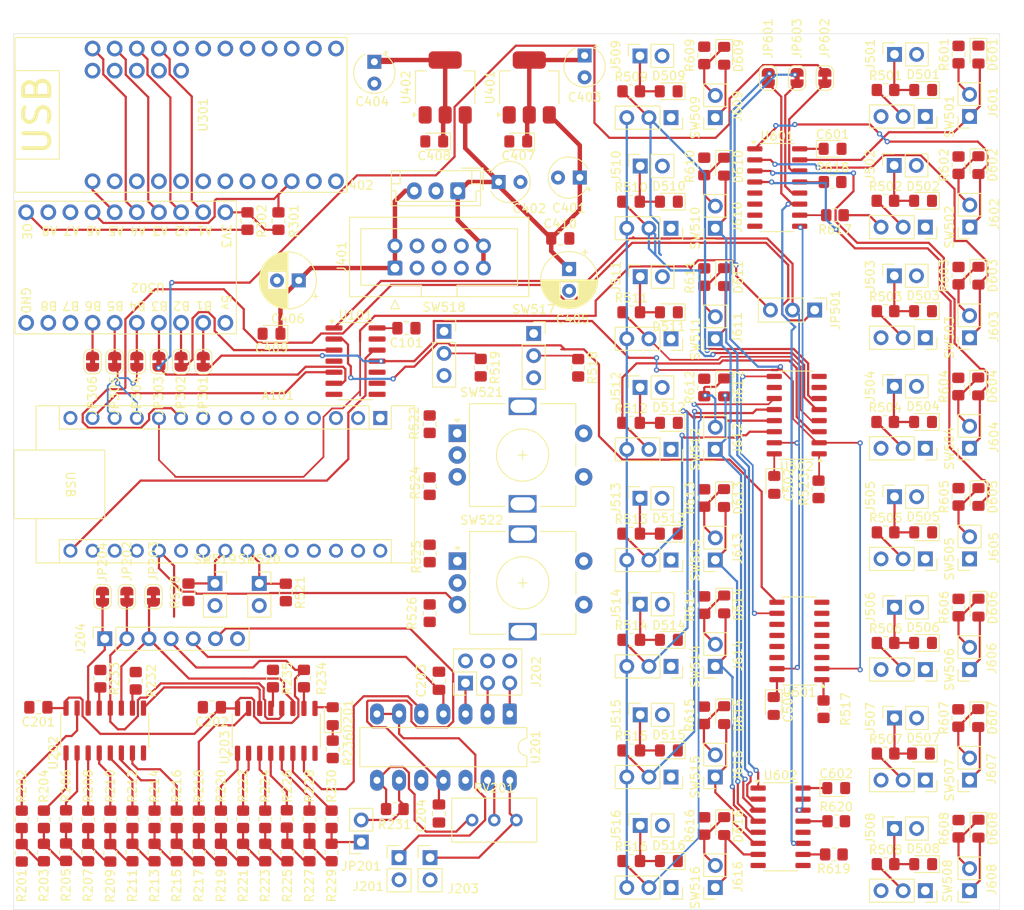
<source format=kicad_pcb>
(kicad_pcb (version 20241229) (generator "pcbnew") (generator_version "9.0")
  (layers (0 "F.Cu" signal) (2 "B.Cu" signal) (13 "F.Paste" user) (15 "B.Paste" user) (5 "F.SilkS" user "F.Silkscreen") (7 "B.SilkS" user "B.Silkscreen") (1 "F.Mask" user) (3 "B.Mask" user) (25 "Edge.Cuts" user))
  (net 0 "")
  (net 1 "CS_host_5v")
  (net 3 "int_host_5v")
  (net 5 "A3")
  (net 6 "A2")
  (net 7 "reset_host_5v")
  (net 8 "D5")
  (net 9 "A5")
  (net 12 "D2")
  (net 13 "MISO_5v")
  (net 15 "CS_dac")
  (net 16 "GND")
  (net 18 "A1")
  (net 19 "D3")
  (net 20 "MOSI_5v")
  (net 21 "CLK_5v")
  (net 22 "cs_led")
  (net 23 "A0")
  (net 25 "A4")
  (net 27 "D4")
  (net 28 "+5V")
  (net 30 "+12V")
  (net 31 "-12V")
  (net 32 "Net-(D201-A)")
  (net 33 "Net-(D201-K)")
  (net 34 "Net-(D501-A)")
  (net 35 "Net-(D502-A)")
  (net 36 "Net-(D503-A)")
  (net 37 "Net-(D504-A)")
  (net 38 "Net-(D505-A)")
  (net 39 "Net-(D506-A)")
  (net 40 "Net-(D507-A)")
  (net 41 "Net-(D508-A)")
  (net 42 "Net-(D509-A)")
  (net 43 "Net-(D510-A)")
  (net 44 "Net-(D511-A)")
  (net 45 "Net-(D512-A)")
  (net 46 "Net-(D513-A)")
  (net 47 "Net-(D514-A)")
  (net 48 "Net-(D515-A)")
  (net 49 "Net-(D516-A)")
  (net 50 "Net-(D601-K)")
  (net 51 "Net-(D601-A)")
  (net 52 "Net-(D602-K)")
  (net 53 "Net-(D602-A)")
  (net 54 "Net-(D603-K)")
  (net 55 "Net-(D603-A)")
  (net 56 "Net-(D604-A)")
  (net 57 "Net-(D604-K)")
  (net 58 "Net-(D605-A)")
  (net 59 "Net-(D605-K)")
  (net 60 "Net-(D606-A)")
  (net 61 "Net-(D606-K)")
  (net 62 "Net-(D607-K)")
  (net 63 "Net-(D607-A)")
  (net 64 "Net-(D608-K)")
  (net 65 "Net-(D608-A)")
  (net 66 "Net-(D609-A)")
  (net 67 "Net-(D609-K)")
  (net 68 "Net-(D610-A)")
  (net 69 "Net-(D610-K)")
  (net 70 "Net-(D611-A)")
  (net 71 "Net-(D611-K)")
  (net 72 "Net-(D612-K)")
  (net 73 "Net-(D612-A)")
  (net 74 "Net-(D613-A)")
  (net 75 "Net-(D613-K)")
  (net 76 "Net-(D614-A)")
  (net 77 "Net-(D614-K)")
  (net 78 "Net-(D615-A)")
  (net 79 "Net-(D615-K)")
  (net 80 "Net-(D616-A)")
  (net 81 "Net-(D616-K)")
  (net 82 "gate_buffered")
  (net 83 "Net-(J202-Pin_5)")
  (net 84 "Net-(J202-Pin_1)")
  (net 86 "Net-(J202-Pin_3)")
  (net 89 "output_cvv")
  (net 90 "ladder_output")
  (net 91 "Net-(JP201-B)")
  (net 92 "CS_dac_mod")
  (net 93 "CLK_mod")
  (net 94 "MOSI_mod")
  (net 95 "Net-(JP301-A)")
  (net 96 "Net-(JP302-A)")
  (net 97 "Net-(JP303-A)")
  (net 98 "Net-(JP304-A)")
  (net 99 "Net-(JP305-A)")
  (net 100 "Net-(JP306-A)")
  (net 101 "MOSI_5v_unbuffered")
  (net 102 "CLK_5v_unbuffered")
  (net 103 "cs_165")
  (net 105 "output_CLK")
  (net 106 "output_MOSI")
  (net 107 "output_cs_led")
  (net 108 "Net-(R201-Pad2)")
  (net 109 "b0")
  (net 110 "b1")
  (net 111 "b2")
  (net 112 "b3")
  (net 113 "Net-(U202-~{SRCLR})")
  (net 114 "Net-(R211-Pad2)")
  (net 115 "b4")
  (net 116 "Net-(U202-~{OE})")
  (net 117 "b5")
  (net 118 "b6")
  (net 119 "b7")
  (net 120 "b8")
  (net 121 "b9")
  (net 122 "b10")
  (net 123 "b11")
  (net 124 "Net-(U203-~{SRCLR})")
  (net 125 "b12")
  (net 126 "Net-(U203-~{OE})")
  (net 127 "b13")
  (net 128 "b14")
  (net 129 "+3.3V")
  (net 130 "reset_host_3v3")
  (net 131 "Net-(U302-OE)")
  (net 132 "Net-(SW501-B)")
  (net 133 "Net-(SW502-B)")
  (net 134 "Net-(SW503-B)")
  (net 135 "Net-(U501-~{PL})")
  (net 136 "Net-(SW505-B)")
  (net 137 "Net-(SW507-B)")
  (net 138 "Net-(SW508-B)")
  (net 139 "Net-(SW509-B)")
  (net 140 "Net-(SW510-B)")
  (net 141 "Net-(SW513-B)")
  (net 142 "Net-(SW514-B)")
  (net 143 "Net-(SW515-B)")
  (net 144 "Net-(U502-~{PL})")
  (net 145 "Net-(SW516-B)")
  (net 146 "Net-(U601-~{SRCLR})")
  (net 147 "Net-(U601-~{OE})")
  (net 148 "Net-(U602-~{SRCLR})")
  (net 149 "Net-(U602-~{OE})")
  (net 150 "b15")
  (net 151 "Net-(U202-QH')")
  (net 152 "MISO_5v_inputs")
  (net 153 "Net-(U501-DS)")
  (net 157 "Net-(U601-QH')")
  (net 161 "int_host_3v3")
  (net 170 "MISO_3v3")
  (net 172 "CLK_3v3")
  (net 174 "MOSI_3v3")
  (net 177 "CS_host_3v3")
  (net 189 "Net-(R203-Pad2)")
  (net 190 "Net-(R205-Pad2)")
  (net 191 "Net-(R207-Pad2)")
  (net 192 "Net-(R209-Pad2)")
  (net 193 "Net-(R213-Pad2)")
  (net 194 "Net-(R215-Pad2)")
  (net 195 "Net-(R217-Pad2)")
  (net 196 "Net-(R219-Pad2)")
  (net 197 "Net-(R221-Pad2)")
  (net 198 "Net-(R223-Pad2)")
  (net 199 "Net-(R225-Pad2)")
  (net 200 "Net-(R227-Pad2)")
  (net 201 "Net-(R231-Pad2)")
  (net 202 "Net-(U201D--)")
  (net 203 "Net-(SW504-B)")
  (net 204 "Net-(SW506-B)")
  (net 205 "Net-(SW511-B)")
  (net 206 "Net-(SW512-B)")
  (footprint "LED_SMD:LED_0805_2012Metric_Pad1.15x1.40mm_HandSolder" (layer "F.Cu") (at 155.184 70.968 -90)
    (property "Reference" "D605")
    (property "Value" "LED")
  )
  (footprint "Resistor_SMD:R_0805_2012Metric_Pad1.20x1.40mm_HandSolder" (layer "F.Cu") (at 123.681 96.044 90)
    (property "Reference" "R615")
    (property "Value" "3.3k")
  )
  (footprint "Connector_PinSocket_2.54mm:PinSocket_1x02_P2.54mm_Vertical" (layer "F.Cu") (at 154.168 65.38 180)
    (property "Reference" "J604")
    (property "Value" "Conn_01x02_Pin")
  )
  (footprint "my_footprints:TXS0108E_pcb_module" (layer "F.Cu") (at 58.589345 43.349 180)
    (property "Reference" "U302")
    (property "Value" "TXB0108PW")
  )
  (footprint "LED_SMD:LED_0805_2012Metric_Pad1.15x1.40mm_HandSolder" (layer "F.Cu") (at 119.658 62.459 180)
    (property "Reference" "D512")
    (property "Value" "LED")
  )
  (footprint "Connector_PinSocket_2.54mm:PinSocket_1x02_P2.54mm_Vertical" (layer "F.Cu") (at 154.193 39.98 180)
    (property "Reference" "J602")
    (property "Value" "Conn_01x02_Pin")
  )
  (footprint "LED_SMD:LED_0805_2012Metric_Pad1.15x1.40mm_HandSolder" (layer "F.Cu") (at 125.999 20.304 -90)
    (property "Reference" "D609")
    (property "Value" "LED")
  )
  (footprint "Resistor_SMD:R_0805_2012Metric_Pad1.20x1.40mm_HandSolder" (layer "F.Cu") (at 138.8606 108.2052)
    (property "Reference" "R620")
    (property "Value" "20k")
  )
  (footprint "Jumper:SolderJumper-2_P1.3mm_Bridged_RoundedPad1.0x1.5mm" (layer "F.Cu") (at 63.663345 55.429 -90)
    (property "Reference" "JP302")
    (property "Value" "~")
  )
  (footprint "LED_SMD:LED_0805_2012Metric_Pad1.15x1.40mm_HandSolder" (layer "F.Cu") (at 148.843 24.232 180)
    (property "Reference" "D501")
    (property "Value" "LED")
  )
  (footprint "LED_SMD:LED_0805_2012Metric_Pad1.15x1.40mm_HandSolder" (layer "F.Cu") (at 131.6886 94.9714 -90)
    (property "Reference" "C501")
    (property "Value" "0.1uf")
  )
  (footprint "Resistor_SMD:R_0805_2012Metric_Pad1.20x1.40mm_HandSolder" (layer "F.Cu") (at 45.385 107.985 -90)
    (property "Reference" "R202")
    (property "Value" "20k")
  )
  (footprint "Resistor_SMD:R_0805_2012Metric_Pad1.20x1.40mm_HandSolder" (layer "F.Cu") (at 144.532 75.032)
    (property "Reference" "R505")
    (property "Value" "3.3k")
  )
  (footprint "Jumper:SolderJumper-2_P1.3mm_Bridged_RoundedPad1.0x1.5mm" (layer "F.Cu") (at 58.589345 55.429 -90)
    (property "Reference" "JP304")
    (property "Value" "~")
  )
  (footprint "Connector_PinSocket_2.54mm:PinSocket_1x02_P2.54mm_Vertical" (layer "F.Cu") (at 145.552 83.643 90)
    (property "Reference" "J506")
    (property "Value" "Conn_01x02_Pin")
  )
  (footprint "Resistor_SMD:R_0805_2012Metric_Pad1.20x1.40mm_HandSolder" (layer "F.Cu") (at 75.865 111.795 90)
    (property "Reference" "R225")
    (property "Value" "10k")
  )
  (footprint "LED_SMD:LED_0805_2012Metric_Pad1.15x1.40mm_HandSolder" (layer "F.Cu") (at 155.159 96.359 -90)
    (property "Reference" "D607")
    (property "Value" "LED")
  )
  (footprint "LED_SMD:LED_0805_2012Metric_Pad1.15x1.40mm_HandSolder" (layer "F.Cu") (at 119.658 112.776 180)
    (property "Reference" "D516")
    (property "Value" "LED")
  )
  (footprint "Jumper:SolderJumper-2_P1.3mm_Bridged_RoundedPad1.0x1.5mm" (layer "F.Cu") (at 134.366 22.86 -90)
    (property "Reference" "JP603")
    (property "Value" "~")
  )
  (footprint "Connector_PinSocket_2.54mm:PinSocket_1x02_P2.54mm_Vertical" (layer "F.Cu") (at 154.168 78.08 180)
    (property "Reference" "J605")
    (property "Value" "Conn_01x02_Pin")
  )
  (footprint "Resistor_SMD:R_0805_2012Metric_Pad1.20x1.40mm_HandSolder" (layer "F.Cu") (at 115.34 112.776)
    (property "Reference" "R516")
    (property "Value" "3.3k")
  )
  (footprint "Resistor_SMD:R_0805_2012Metric_Pad1.20x1.40mm_HandSolder" (layer "F.Cu") (at 60.625 107.985 -90)
    (property "Reference" "R214")
    (property "Value" "20k")
  )
  (footprint "LED_SMD:LED_0805_2012Metric_Pad1.15x1.40mm_HandSolder" (layer "F.Cu") (at 155.184 83.677 -90)
    (property "Reference" "D606")
    (property "Value" "LED")
  )
  (footprint "LED_SMD:LED_0805_2012Metric_Pad1.15x1.40mm_HandSolder" (layer "F.Cu") (at 125.999 33.0368 -90)
    (property "Reference" "D610")
    (property "Value" "LED")
  )
  (footprint "Resistor_SMD:R_0805_2012Metric_Pad1.20x1.40mm_HandSolder" (layer "F.Cu") (at 68.245 111.795 90)
    (property "Reference" "R219")
    (property "Value" "10k")
  )
  (footprint "Resistor_SMD:R_0805_2012Metric_Pad1.20x1.40mm_HandSolder" (layer "F.Cu") (at 123.713 20.263 90)
    (property "Reference" "R609")
    (property "Value" "3.3k")
  )
  (footprint "Resistor_SMD:R_0805_2012Metric_Pad1.20x1.40mm_HandSolder" (layer "F.Cu") (at 71.289345 39.285 -90)
    (property "Reference" "R302")
    (property "Value" "10k")
  )
  (footprint "Package_SO:SO-16_3.9x9.9mm_P1.27mm" (layer "F.Cu") (at 74.595 97.825 90)
    (property "Reference" "U203")
    (property "Value" "74HC595")
  )
  (footprint "LED_SMD:LED_0805_2012Metric_Pad1.15x1.40mm_HandSolder" (layer "F.Cu") (at 119.634 24.384 180)
    (property "Reference" "D509")
    (property "Value" "LED")
  )
  (footprint "Resistor_SMD:R_0805_2012Metric_Pad1.20x1.40mm_HandSolder" (layer "F.Cu") (at 54.402 91.837 -90)
    (property "Reference" "R233")
    (property "Value" "20k")
  )
  (footprint "Resistor_SMD:R_0805_2012Metric_Pad1.20x1.40mm_HandSolder" (layer "F.Cu") (at 123.713 71.0856 90)
    (property "Reference" "R613")
    (property "Value" "3.3k")
  )
  (footprint "Connector_PinSocket_2.54mm:PinSocket_1x03_P2.54mm_Vertical" (layer "F.Cu") (at 93.853 51.943)
    (property "Reference" "SW518")
    (property "Value" "SW")
  )
  (footprint "LED_SMD:LED_0805_2012Metric_Pad1.15x1.40mm_HandSolder" (layer "F.Cu") (at 155.184 109.061 -90)
    (property "Reference" "D608")
    (property "Value" "LED")
  )
  (footprint "Capacitor_SMD:C_0805_2012Metric_Pad1.18x1.45mm_HandSolder" (layer "F.Cu") (at 93.264 92.075 90)
    (property "Reference" "C203")
    (property "Value" "0.1uf")
  )
  (footprint "Resistor_SMD:R_0805_2012Metric_Pad1.20x1.40mm_HandSolder" (layer "F.Cu") (at 109.245 56.133 -90)
    (property "Reference" "R518")
    (property "Value" "20k")
  )
  (footprint "Resistor_SMD:R_0805_2012Metric_Pad1.20x1.40mm_HandSolder" (layer "F.Cu") (at 88.2 106.807 180)
    (property "Reference" "R231")
    (property "Value" "10k")
  )
  (footprint "Resistor_SMD:R_0805_2012Metric_Pad1.20x1.40mm_HandSolder" (layer "F.Cu") (at 92.202 69.723 -90)
    (property "Reference" "R524")
    (property "Value" "20k")
  )
  (footprint "Resistor_SMD:R_0805_2012Metric_Pad1.20x1.40mm_HandSolder" (layer "F.Cu") (at 75.692 81.931 -90)
    (property "Reference" "R521")
    (property "Value" "20k")
  )
  (footprint "Resistor_SMD:R_0805_2012Metric_Pad1.20x1.40mm_HandSolder" (layer "F.Cu") (at 73.325 107.985 -90)
    (property "Reference" "R224")
    (property "Value" "20k")
  )
  (footprint "Resistor_SMD:R_0805_2012Metric_Pad1.20x1.40mm_HandSolder" (layer "F.Cu") (at 138.5906 112.0152 180)
    (property "Reference" "R619")
    (property "Value" "20k")
  )
  (footprint "Connector_PinSocket_2.54mm:PinSocket_1x03_P2.54mm_Vertical" (layer "F.Cu") (at 119.903 27.407 -90)
    (property "Reference" "SW509")
    (property "Value" "SW")
  )
  (footprint "Resistor_SMD:R_0805_2012Metric_Pad1.20x1.40mm_HandSolder" (layer "F.Cu") (at 144.525 87.732)
    (property "Reference" "R506")
    (property "Value" "3.3k")
  )
  (footprint "my_footprints:max3421_ali_board" (layer "F.Cu") (at 73.829345 39.793 90)
    (property "Reference" "U301")
    (property "Value" "~")
  )
  (footprint "Jumper:SolderJumper-2_P1.3mm_Bridged_RoundedPad1.0x1.5mm" (layer "F.Cu") (at 131.064 22.86 -90)
    (property "Reference" "JP601")
    (property "Value" "~")
  )
  (footprint "Resistor_SMD:R_0805_2012Metric_Pad1.20x1.40mm_HandSolder" (layer "F.Cu") (at 81.072 99.949 90)
    (property "Reference" "R236")
    (property "Value" "3.3k")
  )
  (footprint "Resistor_SMD:R_0805_2012Metric_Pad1.20x1.40mm_HandSolder" (layer "F.Cu") (at 50.465 107.95 -90)
    (property "Reference" "R206")
    (property "Value" "20k")
  )
  (footprint "Resistor_SMD:R_0805_2012Metric_Pad1.20x1.40mm_HandSolder" (layer "F.Cu") (at 53.005 111.795 90)
    (property "Reference" "R207")
    (property "Value" "10k")
  )
  (footprint "Resistor_SMD:R_0805_2012Metric_Pad1.20x1.40mm_HandSolder" (layer "F.Cu") (at 74.845345 39.285 90)
    (property "Reference" "R301")
    (property "Value" "10k")
  )
  (footprint "Resistor_SMD:R_0805_2012Metric_Pad1.20x1.40mm_HandSolder" (layer "F.Cu") (at 152.898 45.552 90)
    (property "Reference" "R603")
    (property "Value" "3.3k")
  )
  (footprint "Resistor_SMD:R_0805_2012Metric_Pad1.20x1.40mm_HandSolder" (layer "F.Cu") (at 70.785 107.985 -90)
    (property "Reference" "R222")
    (property "Value" "20k")
  )
  (footprint "Resistor_SMD:R_0805_2012Metric_Pad1.20x1.40mm_HandSolder" (layer "F.Cu") (at 47.925 107.985 -90)
    (property "Reference" "R204")
    (property "Value" "20k")
  )
  (footprint "LED_SMD:LED_0805_2012Metric_Pad1.15x1.40mm_HandSolder" (layer "F.Cu") (at 155.184 45.559 -90)
    (property "Reference" "D603")
    (property "Value" "LED")
  )
  (footprint "Resistor_SMD:R_0805_2012Metric_Pad1.20x1.40mm_HandSolder" (layer "F.Cu") (at 123.715 108.752 90)
    (property "Reference" "R616")
    (property "Value" "3.3k")
  )
  (footprint "Resistor_SMD:R_0805_2012Metric_Pad1.20x1.40mm_HandSolder" (layer "F.Cu") (at 55.545 107.985 -90)
    (property "Reference" "R210")
    (property "Value" "20k")
  )
  (footprint "Package_SO:SO-16_3.9x9.9mm_P1.27mm" (layer "F.Cu") (at 132.4756 108.8402)
    (property "Reference" "U602")
    (property "Value" "74HC595")
  )
  (footprint "Package_SO:SO-16_3.9x9.9mm_P1.27mm" (layer "F.Cu") (at 54.91 97.79 90)
    (property "Reference" "U202")
    (property "Value" "74HC595")
  )
  (footprint "Connector_PinSocket_2.54mm:PinSocket_1x03_P2.54mm_Vertical" (layer "F.Cu") (at 119.903 90.424 -90)
    (property "Reference" "SW514")
    (property "Value" "SW")
  )
  (footprint "Connector_PinSocket_2.54mm:PinSocket_1x02_P2.54mm_Vertical" (layer "F.Cu") (at 116.332 20.32 90)
    (property "Reference" "J509")
    (property "Value" "Conn_01x02_Pin")
  )
  (footprint "Resistor_SMD:R_0805_2012Metric_Pad1.20x1.40mm_HandSolder" (layer "F.Cu") (at 144.525 24.232)
    (property "Reference" "R501")
    (property "Value" "3.3k")
  )
  (footprint "Resistor_SMD:R_0805_2012Metric_Pad1.20x1.40mm_HandSolder" (layer "F.Cu") (at 80.945 111.795 90)
    (property "Reference" "R229")
    (property "Value" "10k")
  )
  (footprint "Resistor_SMD:R_0805_2012Metric_Pad1.20x1.40mm_HandSolder" (layer "F.Cu") (at 152.898 83.668 90)
    (property "Reference" "R606")
    (property "Value" "3.3k")
  )
  (footprint "Jumper:SolderJumper-2_P1.3mm_Bridged_RoundedPad1.0x1.5mm" (layer "F.Cu") (at 57.45 82.423 90)
    (property "Reference" "JP202")
    (property "Value" "~")
  )
  (footprint "Resistor_SMD:R_0805_2012Metric_Pad1.20x1.40mm_HandSolder" (layer "F.Cu") (at 68.245 107.985 -90)
    (property "Reference" "R220")
    (property "Value" "20k")
  )
  (footprint "Connector_PinSocket_2.54mm:PinSocket_1x02_P2.54mm_Vertical" (layer "F.Cu") (at 116.347 58.395 90)
    (property "Reference" "J512")
    (property "Value" "Conn_01x02_Pin")
  )
  (footprint "Capacitor_SMD:C_0805_2012Metric_Pad1.18x1.45mm_HandSolder" (layer "F.Cu") (at 93.264 107.315 -90)
    (property "Reference" "C204")
    (property "Value" "0.1uf")
  )
  (footprint "LED_SMD:LED_0805_2012Metric_Pad1.15x1.40mm_HandSolder" (layer "F.Cu") (at 102.367 30.140144 180)
    (property "Reference" "C407")
    (property "Value" "1uf")
  )
  (footprint "Capacitor_SMD:C_0805_2012Metric_Pad1.18x1.45mm_HandSolder" (layer "F.Cu") (at 67.2075 95.11842 180)
    (property "Reference" "C202")
    (property "Value" "0.1uf")
  )
  (footprint "Connector_PinSocket_2.54mm:PinSocket_1x02_P2.54mm_Vertical" (layer "F.Cu") (at 145.537 58.268 90)
    (property "Reference" "J504")
    (property "Value" "Conn_01x02_Pin")
  )
  (footprint "Capacitor_THT:CP_Radial_D6.3mm_P2.50mm" (layer "F.Cu") (at 77.176 46.101 180)
    (property "Reference" "C406")
    (property "Value" "22uf")
  )
  (footprint "Connector_PinHeader_2.54mm:PinHeader_1x03_P2.54mm_Vertical" (layer "F.Cu") (at 136.388 49.505 -90)
    (property "Reference" "JP501")
    (property "Value" "Jumper_3_Open")
  )
  (footprint "Resistor_SMD:R_0805_2012Metric_Pad1.20x1.40mm_HandSolder" (layer "F.Cu") (at 152.898 20.168 90)
    (property "Reference" "R601")
    (property "Value" "3.3k")
  )
  (footprint "Resistor_SMD:R_0805_2012Metric_Pad1.20x1.40mm_HandSolder" (layer "F.Cu") (at 123.713 83.384 90)
    (property "Reference" "R614")
    (property "Value" "3.3k")
  )
  (footprint "Jumper:SolderJumper-2_P1.3mm_Bridged_RoundedPad1.0x1.5mm" (layer "F.Cu") (at 137.556 22.86 -90)
    (property "Reference" "JP602")
    (property "Value" "~")
  )
  (footprint "LED_SMD:LED_0805_2012Metric_Pad1.15x1.40mm_HandSolder" (layer "F.Cu") (at 148.825 87.732 180)
    (property "Reference" "D506")
    (property "Value" "LED")
  )
  (footprint "Resistor_SMD:R_0805_2012Metric_Pad1.20x1.40mm_HandSolder" (layer "F.Cu") (at 47.925 111.795 90)
    (property "Reference" "R203")
    (property "Value" "10k")
  )
  (footprint "LED_SMD:LED_0805_2012Metric_Pad1.15x1.40mm_HandSolder" (layer "F.Cu") (at 148.843 75.032 180)
    (property "Reference" "D505")
    (property "Value" "LED")
  )
  (footprint "Resistor_SMD:R_0805_2012Metric_Pad1.20x1.40mm_HandSolder" (layer "F.Cu") (at 75.80495 107.945257 -90)
    (property "Reference" "R226")
    (property "Value" "20k")
  )
  (footprint "LED_SMD:LED_0805_2012Metric_Pad1.15x1.40mm_HandSolder" (layer "F.Cu") (at 74.0518 52.2224 180)
    (property "Reference" "C409")
    (property "Value" "1uf")
  )
  (footprint "Resistor_SMD:R_0805_2012Metric_Pad1.20x1.40mm_HandSolder" (layer "F.Cu") (at 92.202 77.454 -90)
    (property "Reference" "R525")
    (property "Value" "20k")
  )
  (footprint "Resistor_SMD:R_0805_2012Metric_Pad1.20x1.40mm_HandSolder" (layer "F.Cu") (at 58.085 111.795 90)
    (property "Reference" "R211")
    (property "Value" "10k")
  )
  (footprint "Connector_PinSocket_2.54mm:PinSocket_1x02_P2.54mm_Vertical" (layer "F.Cu") (at 124.983 103.124 180)
    (property "Reference" "J615")
    (property "Value" "Conn_01x02_Pin")
  )
  (footprint "Connector_PinSocket_2.54mm:PinSocket_1x02_P2.54mm_Vertical" (layer "F.Cu") (at 145.552 20.143 90)
    (property "Reference" "J501")
    (property "Value" "Conn_01x02_Pin")
  )
  (footprint "LED_SMD:LED_0805_2012Metric_Pad1.15x1.40mm_HandSolder" (layer "F.Cu") (at 119.658 49.759 180)
    (property "Reference" "D511")
    (property "Value" "LED")
  )
  (footprint "LED_SMD:LED_0805_2012Metric_Pad1.15x1.40mm_HandSolder" (layer "F.Cu") (at 125.999 96.019 -90)
    (property "Reference" "D615")
    (property "Value" "LED")
  )
  (footprint "Connector_PinSocket_2.54mm:PinSocket_1x03_P2.54mm_Vertical" (layer "F.Cu") (at 119.903 65.507 -90)
    (property "Reference" "SW512")
    (property "Value" "SW")
  )
  (footprint "LED_SMD:LED_0805_2012Metric_Pad1.15x1.40mm_HandSolder" (layer "F.Cu") (at 148.828 36.957 180)
    (property "Reference" "D502")
    (property "Value" "LED")
  )
  (footprint "Jumper:SolderJumper-2_P1.3mm_Bridged_RoundedPad1.0x1.5mm" (layer "F.Cu") (at 53.509345 55.429 -90)
    (property "Reference" "JP306")
    (property "Value" "~")
  )
  (footprint "Resistor_SMD:R_0805_2012Metric_Pad1.20x1.40mm_HandSolder" (layer "F.Cu") (at 55.545 111.83 90)
    (property "Reference" "R209")
    (property "Value" "10k")
  )
  (footprint "Capacitor_THT:CP_Radial_Tantal_D4.5mm_P2.50mm" (layer "F.Cu") (at 100.117144 34.798)
    (property "Reference" "C402")
    (property "Value" "10uf")
  )
  (footprint "Connector_PinSocket_2.54mm:PinSocket_1x02_P2.54mm_Vertical" (layer "F.Cu") (at 124.983 27.407 180)
    (property "Reference" "J609")
    (property "Value" "Conn_01x02_Pin")
  )
  (footprint "Resistor_SMD:R_0805_2012Metric_Pad1.20x1.40mm_HandSolder" (layer "F.Cu") (at 78.405 111.795 90)
    (property "Reference" "R227")
    (property "Value" "10k")
  )
  (footprint "Resistor_SMD:R_0805_2012Metric_Pad1.20x1.40mm_HandSolder" (layer "F.Cu") (at 70.785 111.795 90)
    (property "Reference" "R221")
    (property "Value" "10k")
  )
  (footprint "Connector_PinSocket_2.54mm:PinSocket_1x02_P2.54mm_Vertical" (layer "F.Cu") (at 145.532 45.568 90)
    (property "Reference" "J503")
    (property "Value" "Conn_01x02_Pin")
  )
  (footprint "Capacitor_THT:CP_Radial_Tantal_D4.5mm_P2.50mm" (layer "F.Cu") (at 109.432856 34.29 180)
    (property "Reference" "C401")
    (property "Value" "10uf")
  )
  (footprint "Connector_PinSocket_2.54mm:PinSocket_1x02_P2.54mm_Vertical" (layer "F.Cu") (at 116.367 32.97 90)
    (property "Reference" "J510")
    (property "Value" "Conn_01x02_Pin")
  )
  (footprint "Connector_PinSocket_2.54mm:PinSocket_1x03_P2.54mm_Vertical" (layer "F.Cu") (at 149.088 103.48 -90)
    (property "Reference" "SW507")
    (property "Value" "SW")
  )
  (footprint "Connector_PinSocket_2.54mm:PinSocket_1x02_P2.54mm_Vertical" (layer "F.Cu") (at 72.644 80.899)
    (property "Reference" "SW520")
    (property "Value" "SW_Push")
  )
  (footprint "Package_SO:SO-16_3.9x9.9mm_P1.27mm" (layer "F.Cu") (at 132.095 35.4338)
    (property "Reference" "U601")
    (property "Value" "74HC595")
  )
  (footprint "Resistor_SMD:R_0805_2012Metric_Pad1.20x1.40mm_HandSolder" (layer "F.Cu") (at 136.829 70.095 90)
    (property "Reference" "R523")
    (property "Value" "20k")
  )
  (footprint "LED_SMD:LED_0805_2012Metric_Pad1.15x1.40mm_HandSolder" (layer "F.Cu") (at 125.999 58.388 -90)
    (property "Reference" "D612")
    (property "Value" "LED")
  )
  (footprint "Resistor_SMD:R_0805_2012Metric_Pad1.20x1.40mm_HandSolder" (layer "F.Cu") (at 144.485 62.357)
    (property "Reference" "R504")
    (property "Value" "3.3k")
  )
  (footprint "Connector_PinHeader_2.54mm:PinHeader_1x02_P2.54mm_Vertical" (layer "F.Cu") (at 88.692 112.39)
    (property "Reference" "J201")
    (property "Value" "Conn_01x02")
  )
  (footprint "Resistor_SMD:R_0805_2012Metric_Pad1.20x1.40mm_HandSolder" (layer "F.Cu") (at 123.713 45.7138 90)
    (property "Reference" "R611")
    (property "Value" "3.3k")
  )
  (footprint "Resistor_SMD:R_0805_2012Metric_Pad1.20x1.40mm_HandSolder" (layer "F.Cu") (at 152.898 70.952 90)
    (property "Reference" "R605")
    (property "Value" "3.3k")
  )
  (footprint "Connector_PinSocket_2.54mm:PinSocket_1x02_P2.54mm_Vertical" (layer "F.Cu") (at 154.168 116.18 180)
    (property "Reference" "J608")
    (property "Value" "Conn_01x02_Pin")
  )
  (footprint "Capacitor_THT:CP_Radial_Tantal_D4.5mm_P2.50mm" (layer "F.Cu") (at 109.982 20.275288 -90)
    (property "Reference" "C403")
    (property "Value" "22uf")
  )
  (footprint "Connector_PinSocket_2.54mm:PinSocket_1x02_P2.54mm_Vertical" (layer "F.Cu") (at 116.332 71.12 90)
    (property "Reference" "J513")
    (property "Value" "Conn_01x02_Pin")
  )
  (footprint "Resistor_SMD:R_0805_2012Metric_Pad1.20x1.40mm_HandSolder" (layer "F.Cu") (at 123.713 33.011 90)
    (property "Reference" "R610")
    (property "Value" "3.3k")
  )
  (footprint "Connector_PinSocket_2.54mm:PinSocket_1x03_P2.54mm_Vertical" (layer "F.Cu") (at 119.903 78.207 -90)
    (property "Reference" "SW513")
    (property "Value" "SW")
  )
  (footprint "Connector_PinSocket_2.54mm:PinSocket_1x02_P2.54mm_Vertical" (layer "F.Cu") (at 116.367 108.687 90)
    (property "Reference" "J516")
    (property "Value" "Conn_01x02_Pin")
  )
  (footprint "LED_SMD:LED_0805_2012Metric_Pad1.15x1.40mm_HandSolder" (layer "F.Cu") (at 126.001 108.759 -90)
    (property "Reference" "D616")
    (property "Value" "LED")
  )
  (footprint "Resistor_SMD:R_0805_2012Metric_Pad1.20x1.40mm_HandSolder" (layer "F.Cu") (at 138.715 38.6088 180)
    (property "Reference" "R617")
    (property "Value" "20k")
  )
  (footprint "Connector_PinSocket_2.54mm:PinSocket_1x02_P2.54mm_Vertical" (layer "F.Cu") (at 145.517 32.893 90)
    (property "Reference" "J502")
    (property "Value" "Conn_01x02_Pin")
  )
  (footprint "Connector_PinSocket_2.54mm:PinSocket_1x02_P2.54mm_Vertical" (layer "F.Cu") (at 145.552 109.043 90)
    (property "Reference" "J508")
    (property "Value" "Conn_01x02_Pin")
  )
  (footprint "Connector_PinSocket_2.54mm:PinSocket_1x02_P2.54mm_Vertical" (layer "F.Cu") (at 116.367 95.987 90)
    (property "Reference" "J515")
    (property "Value" "Conn_01x02_Pin")
  )
  (footprint "Capacitor_SMD:C_0805_2012Metric_Pad1.18x1.45mm_HandSolder" (layer "F.Cu") (at 89.535 51.5861 180)
    (property "Reference" "C101")
    (property "Value" "0.1uf")
  )
  (footprint "Connector_PinSocket_2.54mm:PinSocket_1x03_P2.54mm_Vertical" (layer "F.Cu") (at 149.088 90.78 -90)
    (property "Reference" "SW506")
    (property "Value" "SW")
  )
  (footprint "Connector_PinSocket_2.54mm:PinSocket_1x03_P2.54mm_Vertical" (layer "F.Cu") (at 149.088 27.28 -90)
    (property "Reference" "SW501")
    (property "Value" "SW")
  )
  (footprint "Connector_PinSocket_2.54mm:PinSocket_1x02_P2.54mm_Vertical" (layer "F.Cu") (at 145.552 70.943 90)
    (property "Reference" "J505")
    (property "Value" "Conn_01x02_Pin")
  )
  (footprint "Resistor_SMD:R_0805_2012Metric_Pad1.20x1.40mm_HandSolder" (layer "F.Cu") (at 115.315 37.059)
    (property "Reference" "R510")
    (property "Value" "3.3k")
  )
  (footprint "Package_TO_SOT_SMD:SOT-223-3_TabPin2" (layer "F.Cu") (at 93.98 23.942144 90)
    (property "Reference" "U402")
    (property "Value" "AMS1117-5.0")
  )
  (footprint "Connector_PinHeader_2.54mm:PinHeader_2x03_P2.54mm_Vertical" (layer "F.Cu") (at 96.312 92.334 90)
    (property "Reference" "J202")
    (property "Value" "Conn_02x03_Odd_Even")
  )
  (footprint "Connector_PinSocket_2.54mm:PinSocket_1x03_P2.54mm_Vertical" (layer "F.Cu") (at 119.903 52.807 -90)
    (property "Reference" "SW511")
    (property "Value" "SW")
  )
  (footprint "Resistor_SMD:R_0805_2012Metric_Pad1.20x1.40mm_HandSolder" (layer "F.Cu") (at 73.325 111.795 90)
    (property "Reference" "R223")
    (property "Value" "10k")
  )
  (footprint "Connector_PinSocket_2.54mm:PinSocket_1x02_P2.54mm_Vertical" (layer "F.Cu") (at 124.983 40.107 180)
    (property "Reference" "J610")
    (property "Value" "Conn_01x02_Pin")
  )
  (footprint "LED_SMD:LED_0805_2012Metric_Pad1.15x1.40mm_HandSolder" (layer "F.Cu") (at 119.643 75.184 180)
    (property "Reference" "D513")
    (property "Value" "LED")
  )
  (footprint "Jumper:SolderJumper-2_P1.3mm_Bridged_RoundedPad1.0x1.5mm" (layer "F.Cu") (at 60.498 82.423 90)
    (property "Reference" "JP203")
    (property "Value" "~")
  )
  (footprint "Resistor_SMD:R_0805_2012Metric_Pad1.20x1.40mm_HandSolder" (layer "F.Cu") (at 92.202 84.312 -90)
    (property "Reference" "R526")
    (property "Value" "20k")
  )
  (footprint "Jumper:SolderJumper-2_P1.3mm_Bridged_RoundedPad1.0x1.5mm" (layer "F.Cu") (at 56.049345 55.429 -90)
    (property "Reference" "JP305")
    (property "Value" "~")
  )
  (footprint "Resistor_SMD:R_0805_2012Metric_Pad1.20x1.40mm_HandSolder" (layer "F.Cu") (at 64.516 81.915 -90)
    (property "Reference" "R520")
    (property "Value" "20k")
  )
  (footprint "Resistor_SMD:R_0805_2012Metric_Pad1.20x1.40mm_HandSolder" (layer "F.Cu") (at 138.445 34.7988)
    (property "Reference" "R618")
    (property "Value" "20k")
  )
  (footprint "Resistor_SMD:R_0805_2012Metric_Pad1.20x1.40mm_HandSolder" (layer "F.Cu") (at 60.625 111.795 90)
    (property "Reference" "R213")
    (property "Value" "10k")
  )
  (footprint "RotaryEncoder:RotaryEncoder_Alps_EC11E-Switch_Vertical_H20mm" (layer "F.Cu") (at 95.385 78.335)
    (property "Reference" "SW522")
    (property "Value" "RotaryEncoder_Switch")
  )
  (footprint "Connector_PinSocket_2.54mm:PinSocket_1x02_P2.54mm_Vertical" (layer "F.Cu") (at 145.552 96.343 90)
    (property "Reference" "J507")
    (property "Value" "Conn_01x02_Pin")
  )
  (footprint "Connector_PinSocket_2.54mm:PinSocket_1x02_P2.54mm_Vertical" (layer "F.Cu") (at 124.983 115.824 180)
    (property "Reference" "J616")
    (property "Value" "Conn_01x02_Pin")
  )
  (footprint "Resistor_SMD:R_0805_2012Metric_Pad1.20x1.40mm_HandSolder" (layer "F.Cu") (at 58.085 107.985 -90)
    (property "Reference" "R212")
    (property "Value" "20k")
  )
  (footprint "Resistor_SMD:R_0805_2012Metric_Pad1.20x1.40mm_HandSolder" (layer "F.Cu") (at 152.898 32.868 90)
    (property "Reference" "R602")
    (property "Value" "3.3k")
  )
  (footprint "Connector_PinSocket_2.54mm:PinSocket_1x03_P2.54mm_Vertical" (layer "F.Cu") (at 149.088 52.68 -90)
    (property "Reference" "SW503")
    (property "Value" "SW")
  )
  (footprint "Connector_PinSocket_2.54mm:PinSocket_1x03_P2.54mm_Vertical" (layer "F.Cu") (at 149.088 78.08 -90)
    (property "Reference" "SW505")
    (property "Value" "SW")
  )
  (footprint "Resistor_SMD:R_0805_2012Metric_Pad1.20x1.40mm_HandSolder" (layer "F.Cu") (at 65.705 111.795 90)
    (property "Reference" "R217")
    (property "Value" "10k")
  )
  (footprint "Resistor_SMD:R_0805_2012Metric_Pad1.20x1.40mm_HandSolder" (layer "F.Cu") (at 115.34 100.076)
    (property "Reference" "R515")
    (property "Value" "3.3k")
  )
  (footprint "Connector_PinSocket_2.54mm:PinSocket_1x03_P2.54mm_Vertical" (layer "F.Cu") (at 104.14 52.197)
    (property "Reference" "SW517")
    (property "Value" "SW")
  )
  (footprint "Resistor_SMD:R_0805_2012Metric_Pad1.20x1.40mm_HandSolder" (layer "F.Cu") (at 152.898 109.068 90)
    (property "Reference" "R608")
    (property "Value" "3.3k")
  )
  (footprint "Package_SO:SO-14_3.9x8.65mm_P1.27mm" (layer "F.Cu") (at 83.693 55.372)
    (property "Reference" "U101")
    (property "Value" "74LS125")
  )
  (footprint "Connector_PinSocket_2.54mm:PinSocket_1x02_P2.54mm_Vertical" (layer "F.Cu") (at 154.168 52.68 180)
    (property "Reference" "J603")
    (property "Value" "Conn_01x02_Pin")
  )
  (footprint "Connector_PinSocket_2.54mm:PinSocket_1x03_P2.54mm_Vertical" (layer "F.Cu") (at 149.088 116.18 -90)
    (property "Reference" "SW508")
    (property "Value" "SW")
  )
  (footprint "LED_SMD:LED_0805_2012Metric_Pad1.15x1.40mm_HandSolder" (layer "F.Cu") (at 125.981 71.0926 -90)
    (property "Reference" "D613")
    (property "Value" "LED")
  )
  (footprint "Resistor_SMD:R_0805_2012Metric_Pad1.20x1.40mm_HandSolder" (layer "F.Cu") (at 98.06 56.118 -90)
    (property "Reference" "R519")
    (property "Value" "20k")
  )
  (footprint "LED_SMD:LED_0805_2012Metric_Pad1.15x1.40mm_HandSolder" (layer "F.Cu") (at 119.658 100.076 180)
    (property "Reference" "D515")
    (property "Value" "LED")
  )
  (footprint "LED_SMD:LED_0805_2012Metric_Pad1.15x1.40mm_HandSolder" (layer "F.Cu") (at 148.589 100.432 180)
    (property "Reference" "D507")
    (property "Value" "LED")
  )
  (footprint "LED_SMD:LED_0805_2012Metric_Pad1.15x1.40mm_HandSolder" (layer "F.Cu") (at 119.658 37.059 180)
    (property "Reference" "D510")
    (property "Value" "LED")
  )
  (footprint "Resistor_SMD:R_0805_2012Metric_Pad1.20x1.40mm_HandSolder" (layer "F.Cu") (at 144.51 36.957)
    (property "Reference" "R502")
    (property "Value" "3.3k")
  )
  (footprint "Resistor_SMD:R_0805_2012Metric_Pad1.20x1.40mm_HandSolder" (layer "F.Cu") (at 144.525 113.132)
    (property "Reference" "R508")
    (property "Value" "3.3k")
  )
  (footprint "Resistor_SMD:R_0805_2012Metric_Pad1.20x1.40mm_HandSolder" (layer "F.Cu") (at 63.165 111.795 90)
    (property "Reference" "R215")
    (property "Value" "10k")
  )
  (footprint "Connector_JST:JST_EH_B3B-EH-A_1x03_P2.50mm_Vertical" (layer "F.Cu") (at 95.424 35.814 180)
    (property "Reference" "J402")
    (property "Value" "Conn_01x03")
  )
  (footprint "Connector_PinSocket_2.54mm:PinSocket_1x02_P2.54mm_Vertical" (layer "F.Cu") (at 154.168 103.48 180)
    (property "Reference" "J607")
    (property "Value" "Conn_01x02_Pin")
  )
  (footprint "LED_SMD:LED_0805_2012Metric_Pad1.15x1.40mm_HandSolder" (layer "F.Cu") (at 138.8606 104.3952)
    (property "Reference" "C602")
    (property "Value" "0.1uf")
  )
  (footprint "Resistor_SMD:R_0805_2012Metric_Pad1.20x1.40mm_HandSolder" (layer "F.Cu") (at 115.34 87.376)
    (property "Reference" "R514")
    (property "Value" "3.3k")
  )
  (footprint "Connector_PinSocket_2.54mm:PinSocket_1x03_P2.54mm_Vertical" (layer "F.Cu") (at 149.088 65.38 -90)
    (property "Reference" "SW504")
    (property "Value" "SW")
  )
  (footprint "Jumper:SolderJumper-2_P1.3mm_Bridged_RoundedPad1.0x1.5mm" (layer "F.Cu") (at 54.656 82.423 90)
    (property "Reference" "JP204")
    (property "Value" "~")
  )
  (footprint "LED_SMD:LED_0805_2012Metric_Pad1.15x1.40mm_HandSolder" (layer "F.Cu") (at 92.724 30.140144 180)
    (property "Reference" "C408")
    (property "Value" "1uf")
  )
  (footprint "Resistor_SMD:R_0805_2012Metric_Pad1.20x1.40mm_HandSolder" (layer "F.Cu") (at 115.332 75.184)
    (property "Reference" "R513")
    (property "Value" "3.3k")
  )
  (footprint "Capacitor_SMD:C_0805_2012Metric_Pad1.18x1.45mm_HandSolder" (layer "F.Cu") (at 107.188 41.275)
    (property "Reference" "C410")
    (property "Value" "1uf")
  )
  (footprint "Resistor_SMD:R_0805_2012Metric_Pad1.20x1.40mm_HandSolder" (layer "F.Cu") (at 152.873 58.284 90)
    (property "Reference" "R604")
    (property "Value" "3.3k")
  )
  (footprint "Capacitor_SMD:C_0805_2012Metric_Pad1.18x1.45mm_HandSolder" (layer "F.Cu") (at 47.29 95.11842 180)
    (property "Reference" "C201")
    (property "Value" "0.1uf")
  )
  (footprint "LED_SMD:LED_0805_2012Metric_Pad1.15x1.40mm_HandSolder" (layer "F.Cu") (at 155.159 58.277 -90)
    (property "Reference" "D604")
    (property "Value" "LED")
  )
  (footprint "Connector_PinSocket_2.54mm:PinSocket_1x02_P2.54mm_Vertical" (layer "F.Cu") (at 124.983 78.207 180)
    (property "Reference" "J613")
    (property "Value" "Conn_01x02_Pin")
  )
  (footprint "LED_SMD:LED_0805_2012Metric_Pad1.15x1.40mm_HandSolder" (layer "F.Cu") (at 81.072 96.139 90)
    (property "Reference" "D201")
    (property "Value" "LED_Small")
  )
  (footprint "Capacitor_THT:CP_Radial_Tantal_D4.5mm_P2.50mm" (layer "F.Cu") (at 85.852 20.996144 -90)
    (property "Reference" "C404")
    (property "Value" "22uf")
  )
  (footprint "Connector_IDC:IDC-Header_2x05_P2.54mm_Vertical" (layer "F.Cu") (at 88.2142 44.6786 90)
    (property "Reference" "J401")
    (property "Value" "euro_ribbon_conn")
  )
  (footprint "Resistor_SMD:R_0805_2012Metric_Pad1.20x1.40mm_HandSolder" (layer "F.Cu") (at 123.713 58.395 90)
    (property "Reference" "R612")
    (property "Value" "3.3k")
  )
  (footprint "Connector_PinSocket_2.54mm:PinSocket_1x02_P2.54mm_Vertical" (layer "F.Cu") (at 124.983 65.507 180)
    (property "Reference" "J612")
    (property "Value" "Conn_01x02_Pin")
  )
  (footprint "Capacitor_THT:CP_Radial_D6.3mm_P2.50mm" (layer "F.Cu") (at 108.204 44.791621 -90)
    (property "Reference" "C405")
    (property "Value" "22uf")
  )
  (footprint "Package_SO:SO-16_3.9x9.9mm_P1.27mm" (layer "F.Cu") (at 134.635 87.5038 180)
    (property "Reference" "U501")
    (property "Value" "74HC165")
  )
  (footprint "Resistor_SMD:R_0805_2012Metric_Pad1.20x1.40mm_HandSolder" (layer "F.Cu") (at 115.332 24.384)
    (property "Reference" "R509")
    (property "Value" "3.3k")
  )
  (footprint "Resistor_SMD:R_0805_2012Metric_Pad1.20x1.40mm_HandSolder" (layer "F.Cu") (at 65.705 107.985 -90)
    (property "Reference" "R218")
    (property "Value" "20k")
  )
  (footprint "Jumper:SolderJumper-2_P1.3mm_Bridged_RoundedPad1.0x1.5mm" (layer "F.Cu") (at 66.209345 55.429 -90)
    (property "Reference" "JP301")
    (property "Value" "~")
  )
  (footprint "Resistor_SMD:R_0805_2012Metric_Pad1.20x1.40mm_HandSolder" (layer "F.Cu") (at 144.532 100.432)
    (property "Reference" "R507")
    (property "Value" "3.3k")
  )
  (footprint "Resistor_SMD:R_0805_2012Metric_Pad1.20x1.40mm_HandSolder" (layer "F.Cu") (at 74.214 91.821 -90)
    (property "Reference" "R235")
    (property "Value" "20k")
  )
  (footprint "Resistor_SMD:R_0805_2012Metric_Pad1.20x1.40mm_HandSolder" (layer "F.Cu") (at 115.315 62.459)
    (property "Reference" "R512")
    (property "Value" "3.3k")
  )
  (footprint "Resistor_SMD:R_0805_2012Metric_Pad1.20x1.40mm_HandSolder" (layer "F.Cu") (at 152.873 96.352 90)
    (property "Reference" "R607")
    (property "Value" "3.3k")
  )
  (footprint "Resistor_SMD:R_0805_2012Metric_Pad1.20x1.40mm_HandSolder" (layer "F.Cu") (at 58.466 92.075 90)
    (property "Reference" "R232")
    (property "Value" "20k")
  )
  (footprint "Potentiometer_THT:Potentiometer_Bourns_3296W_Vertical" (layer "F.Cu") (at 102.154 108.072)
    (property "Reference" "RV201")
    (property "Value" "100k")
  )
  (footprint "Resistor_SMD:R_0805_2012Metric_Pad1.20x1.40mm_HandSolder" (layer "F.Cu") (at 80.945 107.985 -90)
    (property "Reference" "R230")
    (property "Value" "20k")
  )
  (footprint "Package_SO:SO-16_3.9x9.9mm_P1.27mm" (layer "F.Cu") (at 134.324 61.57 180)
    (property "Reference" "U502")
    (property "Value" "74HC165")
  )
  (footprint "RotaryEncoder:RotaryEncoder_Alps_EC11E-Switch_Vertical_H20mm" (layer "F.Cu") (at 95.37 63.655)
    (property "Reference" "SW521")
    (property "Value" "RotaryEncoder_Switch")
  )
  (footprint "LED_SMD:LED_0805_2012Metric_Pad1.15x1.40mm_HandSolder" (layer "F.Cu") (at 148.828 62.357 180)
    (property "Reference" "D504")
    (property "Value" "LED")
  )
  (footprint "Package_TO_SOT_SMD:SOT-223-3_TabPin2" (layer "F.Cu") (at 103.632 23.942144 90)
    (property "Reference" "U401")
    (property "Value" "AMS1117-3.3")
  )
  (footprint "Connector_PinSocket_2.54mm:PinSocket_1x02_P2.54mm_Vertical" (layer "F.Cu") (at 154.168 27.28 180)
    (property "Reference" "J601")
    (property "Value" "Conn_01x02_Pin")
  )
  (footprint "Connector_PinSocket_2.54mm:PinSocket_1x02_P2.54mm_Vertical" (layer "F.Cu") (at 84.349 110.597 180)
    (property "Reference" "JP201")
    (property "Value" "Jumper_2_Bridged")
  )
  (footprint "Connector_PinSocket_2.54mm:PinSocket_1x03_P2.54mm_Vertical" (layer "F.Cu") (at 119.903 103.124 -90)
    (property "Reference" "SW515")
    (property "Value" "SW")
  )
  (footprint "Connector_PinHeader_2.54mm:PinHeader_1x02_P2.54mm_Vertical" (layer "F.Cu") (at 92.248 112.39)
    (property "Reference" "J203")
    (property "Value" "Conn_01x02")
  )
  (footprint "Connector_PinSocket_2.54mm:PinSocket_1x02_P2.54mm_Vertical" (layer "F.Cu") (at 124.983 90.424 180)
    (property "Reference" "J614")
    (property "Value" "Conn_01x02_Pin")
  )
  (footprint "Module:Arduino_Nano" (layer "F.Cu") (at 86.529345 61.901 -90)
    (property "Reference" "A101")
    (property "Value" "Arduino_Nano_v3.x")
  )
  (footprint "Connector_PinSocket_2.54mm:PinSocket_1x02_P2.54mm_Vertical" (layer "F.Cu") (at 154.168 90.78 180)
    (property "Reference" "J606")
    (property "Value" "Conn_01x02_Pin")
  )
  (footprint "Resistor_SMD:R_0805_2012Metric_Pad1.20x1.40mm_HandSolder" (layer "F.Cu") (at 63.165 107.985 -90)
    (property "Reference" "R216")
    (property "Value" "20k")
  )
  (footprint "Connector_PinSocket_2.54mm:PinSocket_1x02_P2.54mm_Vertical" (layer "F.Cu") (at 116.367 83.287 90)
    (property "Reference" "J514")
    (property "Value" "Conn_01x02_Pin")
  )
  (footprint "Resistor_SMD:R_0805_2012Metric_Pad1.20x1.40mm_HandSolder" (layer "F.Cu") (at 92.202 62.611 -90)
    (property "Reference" "R522")
    (property "Value" "20k")
  )
  (footprint "Connector_PinSocket_2.54mm:PinSocket_1x02_P2.54mm_Vertical" (layer "F.Cu") (at 67.564 80.899)
    (property "Reference" "SW519")
    (property "Value" "SW_Push")
  )
  (footprint "Connector_PinSocket_2.54mm:PinSocket_1x07_P2.54mm_Vertical" (layer "F.Cu") (at 54.91 87.249 90)
    (property "Reference" "J204")
    (property "Value" "Conn_01x07")
  )
  (footprint "LED_SMD:LED_0805_2012Metric_Pad1.15x1.40mm_HandSolder" (layer "F.Cu") (at 119.658 87.376 180)
    (property "Reference" "D514")
    (property "Value" "LED")
  )
  (footprint "Connector_PinSocket_2.54mm:PinSocket_1x03_P2.54mm_Vertical" (layer "F.Cu") (at 119.903 40.107 -90)
    (property "Reference" "SW510")
    (property "Value" "SW")
  )
  (footprint "Connector_PinSocket_2.54mm:PinSocket_1x02_P2.54mm_Vertical" (layer "F.Cu") (at 124.983 52.807 180)
    (property "Reference" "J611")
    (property "Value" "Conn_01x02_Pin")
  )
  (footprint "Resistor_SMD:R_0805_2012Metric_Pad1.20x1.40mm_HandSolder" (layer "F.Cu") (at 50.465 111.76 90)
    (property "Reference" "R205")
    (property "Value" "10k")
  )
  (footprint "LED_SMD:LED_0805_2012Metric_Pad1.15x1.40mm_HandSolder" (layer "F.Cu") (at 155.184 32.859 -90)
    (property "Reference" "D602")
    (property "Value" "LED")
  )
  (footprint "Resistor_SMD:R_0805_2012Metric_Pad1.20x1.40mm_HandSolder" (layer "F.Cu") (at 144.525 49.632)
    (property "Reference" "R503")
    (property "Value" "3.3k")
  )
  (footprint "Package_DIP:CERDIP-14_W7.62mm_SideBrazed_LongPads" (layer "F.Cu") (at 101.392 95.885 -90)
    (property "Reference" "U201")
    (property "Value" "LM324")
  )
  (footprint "Connector_PinSocket_2.54mm:PinSocket_1x02_P2.54mm_Vertical" (layer "F.Cu") (at 116.367 45.67 90)
    (property "Reference" "J511")
    (property "Value" "Conn_01x02_Pin")
  )
  (footprint "Jumper:SolderJumper-2_P1.3mm_Bridged_RoundedPad1.0x1.5mm" (layer "F.Cu") (at 61.129345 55.429 -90)
    (property "Reference" "JP303")
    (property "Value" "~")
  )
  (footprint "LED_SMD:LED_0805_2012Metric_Pad1.15x1.40mm_HandSolder" (layer "F.Cu") (at 148.825 49.632 180)
    (property "Reference" "D503")
    (property "Value" "LED")
  )
  (footprint "LED_SMD:LED_0805_2012Metric_Pad1.15x1.40mm_HandSolder" (layer "F.Cu") (at 125.999 45.7208 -90)
    (property "Reference" "D611")
    (property "Value" "LED")
  )
  (footprint "LED_SMD:LED_0805_2012Metric_Pad1.15x1.40mm_HandSolder" (layer "F.Cu") (at 125.999 83.309 -90)
    (property "Reference" "D614")
    (property "Value" "LED")
  )
  (footprint "Resistor_SMD:R_0805_2012Metric_Pad1.20x1.40mm_HandSolder" (layer "F.Cu") (at 78.405 107.985 -90)
    (property "Reference" "R228")
    (property "Value" "20k")
  )
  (footprint "Connector_PinSocket_2.54mm:PinSocket_1x03_P2.54mm_Vertical" (layer "F.Cu") (at 149.088 39.98 -90)
    (property "Reference" "SW502")
    (property "Value" "SW")
  )
  (footprint "Resistor_SMD:R_0805_2012Metric_Pad1.20x1.40mm_HandSolder" (layer "F.Cu") (at 53.005 107.985 -90)
    (property "Reference" "R208")
    (property "Value" "20k")
  )
  (footprint "Resistor_SMD:R_0805_2012Metric_Pad1.20x1.40mm_HandSolder" (layer "F.Cu") (at 45.385 111.83 90)
    (property "Reference" "R201")
    (property "Value" "20k")
  )
  (footprint "Connector_PinSocket_2.54mm:PinSocket_1x03_P2.54mm_Vertical" (layer "F.Cu") (at 119.903 115.824 -90)
    (property "Reference" "SW516")
    (property "Value" "SW")
  )
  (footprint "LED_SMD:LED_0805_2012Metric_Pad1.15x1.40mm_HandSolder" (layer "F.Cu") (at 138.445 30.9888)
    (property "Reference" "C601")
    (property "Value" "0.1uf")
  )
  (footprint "LED_SMD:LED_0805_2012Metric_Pad1.15x1.40mm_HandSolder" (layer "F.Cu") (at 148.843 113.132 180)
    (property "Reference" "D508")
    (property "Value" "LED")
  )
  (footprint "Resistor_SMD:R_0805_2012Metric_Pad1.20x1.40mm_HandSolder" (layer "F.Cu") (at 137.4036 95.3364 90)
    (property "Reference" "R517")
    (property "Value" "20k")
  )
  (footprint "Resistor_SMD:R_0805_2012Metric_Pad1.20x1.40mm_HandSolder" (layer "F.Cu") (at 77.77 91.821 90)
    (property "Reference" "R234")
    (property "Value" "20k")
  )
  (footprint "LED_SMD:LED_0805_2012Metric_Pad1.15x1.40mm_HandSolder" (layer "F.Cu") (at 155.184 20.168 -90)
    (property "Reference" "D601")
    (property "Value" "LED")
  )
  (footprint "LED_SMD:LED_0805_2012Metric_Pad1.15x1.40mm_HandSolder" (layer "F.Cu") (at 131.749 69.58 -90)
    (property "Reference" "C502")
    (property "Value" "0.1uf")
  )
  (footprint "Resistor_SMD:R_0805_2012Metric_Pad1.20x1.40mm_HandSolder" (layer "F.Cu") (at 115.34 49.759)
    (property "Reference" "R511")
    (property "Value" "3.3k")
  )
  (gr_rect (start 44.45 17.78) (end 157.607 118.364) (stroke (width 0.05)) (fill no) (layer "Edge.Cuts"))
  (segment (start 58.589345 57.496655) (end 58.589345 56.079) (width 0.2) (layer "F.Cu") (net 1))
  (segment (start 58.166 57.92) (end 58.589345 57.496655) (width 0.2) (layer "F.Cu") (net 1))
  (via (at 58.166 57.92) (size 0.6) (drill 0.3) (layers "F.Cu" "B.Cu") (net 1))
  (segment (start 55.249346 58.208711) (end 56.139057 57.319) (width 0.2) (layer "B.Cu") (net 1))
  (segment (start 55.249346 61.101001) (end 55.249346 58.208711) (width 0.2) (layer "B.Cu") (net 1))
  (segment (start 56.049345 61.901) (end 55.249346 61.101001) (width 0.2) (layer "B.Cu") (net 1))
  (segment (start 56.139057 57.319) (end 57.565 57.319) (width 0.2) (layer "B.Cu") (net 1))
  (segment (start 57.565 57.319) (end 58.166 57.92) (width 0.2) (layer "B.Cu") (net 1))
  (segment (start 56.388 57.92) (end 56.388 56.417655) (width 0.2) (layer "F.Cu") (net 3))
  (segment (start 56.388 56.417655) (end 56.049345 56.079) (width 0.2) (layer "F.Cu") (net 3))
  (via (at 56.388 57.92) (size 0.6) (drill 0.3) (layers "F.Cu" "B.Cu") (net 3))
  (segment (start 58.589345 60.121345) (end 56.388 57.92) (width 0.2) (layer "B.Cu") (net 3))
  (segment (start 58.589345 61.901) (end 58.589345 60.121345) (width 0.2) (layer "B.Cu") (net 3))
  (segment (start 75.692 80.931) (end 72.676 80.931) (width 0.254) (layer "F.Cu") (net 9))
  (segment (start 72.644 80.899) (end 72.644 78.495655) (width 0.254) (layer "F.Cu") (net 9))
  (segment (start 72.676 80.931) (end 72.644 80.899) (width 0.254) (layer "F.Cu") (net 9))
  (segment (start 72.644 78.495655) (end 71.289345 77.141) (width 0.254) (layer "F.Cu") (net 9))
  (segment (start 104.14 54.737) (end 108.849 54.737) (width 0.2) (layer "F.Cu") (net 12))
  (segment (start 108.849 54.737) (end 109.245 55.133) (width 0.2) (layer "F.Cu") (net 12))
  (segment (start 65.70069 49.741) (end 64.981345 50.460345) (width 0.254) (layer "F.Cu") (net 13))
  (segment (start 67.521345 50.460345) (end 66.802 49.741) (width 0.254) (layer "F.Cu") (net 13))
  (segment (start 69.723 54.102) (end 67.521345 51.900345) (width 0.254) (layer "F.Cu") (net 13))
  (segment (start 66.802 49.741) (end 65.70069 49.741) (width 0.254) (layer "F.Cu") (net 13))
  (segment (start 64.084279 56.079) (end 63.663345 56.079) (width 0.254) (layer "F.Cu") (net 13))
  (segment (start 67.521345 51.900345) (end 67.521345 50.460345) (width 0.254) (layer "F.Cu") (net 13))
  (segment (start 81.218 54.102) (end 69.723 54.102) (width 0.254) (layer "F.Cu") (net 13))
  (segment (start 64.981345 50.460345) (end 64.981345 55.181934) (width 0.254) (layer "F.Cu") (net 13))
  (segment (start 64.981345 55.181934) (end 64.084279 56.079) (width 0.254) (layer "F.Cu") (net 13))
  (segment (start 60.662112 60.773) (end 62.541345 60.773) (width 0.254) (layer "F.Cu") (net 15))
  (segment (start 78.7026 53.2504) (end 72.455458 53.2504) (width 0.254) (layer "F.Cu") (net 15))
  (segment (start 87.757 46.67815) (end 82.23815 52.197) (width 0.254) (layer "F.Cu") (net 15))
  (segment (start 130.801532 41.783) (end 115.443 41.783) (width 0.254) (layer "F.Cu") (net 15))
  (segment (start 70.866 51.660942) (end 70.866 49.403) (width 0.254) (layer "F.Cu") (net 15))
  (segment (start 135.21 50.683) (end 133.360056 50.683) (width 0.254) (layer "F.Cu") (net 15))
  (segment (start 57.277 58.42) (end 57.097 58.6) (width 0.254) (layer "F.Cu") (net 15))
  (segment (start 57.277 50.54469) (end 57.277 58.42) (width 0.254) (layer "F.Cu") (net 15))
  (segment (start 70.866 49.403) (end 68.58 47.117) (width 0.254) (layer "F.Cu") (net 15))
  (segment (start 136.388 49.505) (end 135.21 50.683) (width 0.254) (layer "F.Cu") (net 15))
  (segment (start 133.35 48.217) (end 133.35 44.331468) (width 0.254) (layer "F.Cu") (net 15))
  (segment (start 133.393 48.26) (end 133.35 48.217) (width 0.254) (layer "F.Cu") (net 15))
  (segment (start 132.67 49.992944) (end 132.67 48.983) (width 0.254) (layer "F.Cu") (net 15))
  (segment (start 53.042112 63.029) (end 59.075345 63.029) (width 0.254) (layer "F.Cu") (net 15))
  (segment (start 132.67 48.983) (end 133.393 48.26) (width 0.254) (layer "F.Cu") (net 15))
  (segment (start 57.097 58.6) (end 55.215112 58.6) (width 0.254) (layer "F.Cu") (net 15))
  (segment (start 82.23815 52.197) (end 79.756 52.197) (width 0.254) (layer "F.Cu") (net 15))
  (segment (start 79.756 52.197) (end 78.7026 53.2504) (width 0.254) (layer "F.Cu") (net 15))
  (segment (start 60.001345 62.103) (end 60.001345 61.433767) (width 0.254) (layer "F.Cu") (net 15))
  (segment (start 87.757 46.618621) (end 87.757 46.67815) (width 0.254) (layer "F.Cu") (net 15))
  (segment (start 106.435621 46.618621) (end 87.757 46.618621) (width 0.254) (layer "F.Cu") (net 15))
  (segment (start 52.381345 62.368233) (end 53.042112 63.029) (width 0.254) (layer "F.Cu") (net 15))
  (segment (start 55.215112 58.6) (end 52.381345 61.433767) (width 0.254) (layer "F.Cu") (net 15))
  (segment (start 72.455458 53.2504) (end 70.866 51.660942) (width 0.254) (layer "F.Cu") (net 15))
  (segment (start 52.381345 61.433767) (end 52.381345 62.368233) (width 0.254) (layer "F.Cu") (net 15))
  (segment (start 107.736767 48.419621) (end 106.435621 47.118475) (width 0.254) (layer "F.Cu") (net 15))
  (segment (start 60.70469 47.117) (end 57.277 50.54469) (width 0.254) (layer "F.Cu") (net 15))
  (segment (start 62.541345 60.773) (end 63.669345 61.901) (width 0.254) (layer "F.Cu") (net 15))
  (segment (start 133.360056 50.683) (end 132.67 49.992944) (width 0.254) (layer "F.Cu") (net 15))
  (segment (start 68.58 47.117) (end 60.70469 47.117) (width 0.254) (layer "F.Cu") (net 15))
  (segment (start 60.001345 61.433767) (end 60.662112 60.773) (width 0.254) (layer "F.Cu") (net 15))
  (segment (start 106.435621 47.118475) (end 106.435621 46.618621) (width 0.254) (layer "F.Cu") (net 15))
  (segment (start 59.075345 63.029) (end 60.001345 62.103) (width 0.254) (layer "F.Cu") (net 15))
  (segment (start 115.443 41.783) (end 108.806379 48.419621) (width 0.254) (layer "F.Cu") (net 15))
  (segment (start 133.35 44.331468) (end 130.801532 41.783) (width 0.254) (layer "F.Cu") (net 15))
  (segment (start 108.806379 48.419621) (end 107.736767 48.419621) (width 0.254) (layer "F.Cu") (net 15))
  (segment (start 95.385 83.335) (end 94.053 82.003) (width 0.254) (layer "F.Cu") (net 18))
  (segment (start 61.129345 77.141) (end 62.865 78.876655) (width 0.254) (layer "F.Cu") (net 18))
  (segment (start 73.822 82.077) (end 65.446342 82.077) (width 0.254) (layer "F.Cu") (net 18))
  (segment (start 94.053 82.003) (end 73.896 82.003) (width 0.254) (layer "F.Cu") (net 18))
  (segment (start 73.896 82.003) (end 73.822 82.077) (width 0.254) (layer "F.Cu") (net 18))
  (segment (start 65.212342 81.843) (end 63.819658 81.843) (width 0.254) (layer "F.Cu") (net 18))
  (segment (start 65.446342 82.077) (end 65.212342 81.843) (width 0.254) (layer "F.Cu") (net 18))
  (segment (start 62.865 78.876655) (end 62.865 84.709) (width 0.254) (layer "F.Cu") (net 18))
  (segment (start 61.129345 79.152687) (end 61.129345 77.141) (width 0.254) (layer "F.Cu") (net 18))
  (segment (start 63.819658 81.843) (end 61.129345 79.152687) (width 0.254) (layer "F.Cu") (net 18))
  (segment (start 97.425 54.483) (end 98.06 55.118) (width 0.2) (layer "F.Cu") (net 19))
  (segment (start 93.853 54.483) (end 97.425 54.483) (width 0.2) (layer "F.Cu") (net 19))
  (segment (start 61.129345 56.079) (end 61.962345 56.912) (width 0.254) (layer "F.Cu") (net 20))
  (segment (start 102.086664 19.147288) (end 95.058 26.175952) (width 0.254) (layer "F.Cu") (net 20))
  (segment (start 82.24515 56.014) (end 82.521 56.28985) (width 0.254) (layer "F.Cu") (net 20))
  (segment (start 77.064532 56.912) (end 77.962532 56.014) (width 0.254) (layer "F.Cu") (net 20))
  (segment (start 112.830264 29.726808) (end 111.11 28.006544) (width 0.254) (layer "F.Cu") (net 20))
  (segment (start 111.11 28.006544) (end 111.11 19.147288) (width 0.254) (layer "F.Cu") (net 20))
  (segment (start 125.019192 29.726808) (end 112.830264 29.726808) (width 0.254) (layer "F.Cu") (net 20))
  (segment (start 92.911056 34.036) (end 90.551 34.036) (width 0.254) (layer "F.Cu") (net 20))
  (segment (start 95.058 31.889056) (end 92.911056 34.036) (width 0.254) (layer "F.Cu") (net 20))
  (segment (start 82.521 56.28985) (end 82.521 57.583999) (width 0.254) (layer "F.Cu") (net 20))
  (segment (start 83.863 34.036) (end 71.544 46.355) (width 0.254) (layer "F.Cu") (net 20))
  (segment (start 111.11 19.147288) (end 102.086664 19.147288) (width 0.254) (layer "F.Cu") (net 20))
  (segment (start 71.544 46.355) (end 62.611 46.355) (width 0.254) (layer "F.Cu") (net 20))
  (segment (start 95.058 26.175952) (end 95.058 31.889056) (width 0.254) (layer "F.Cu") (net 20))
  (segment (start 137.556 22.21) (end 136.723 21.377) (width 0.254) (layer "F.Cu") (net 20))
  (segment (start 90.551 34.036) (end 83.863 34.036) (width 0.254) (layer "F.Cu") (net 20))
  (segment (start 77.962532 56.014) (end 82.24515 56.014) (width 0.254) (layer "F.Cu") (net 20))
  (segment (start 82.192999 57.912) (end 81.218 57.912) (width 0.254) (layer "F.Cu") (net 20))
  (segment (start 130.468958 21.377) (end 126.616 25.229958) (width 0.254) (layer "F.Cu") (net 20))
  (segment (start 136.723 21.377) (end 130.468958 21.377) (width 0.254) (layer "F.Cu") (net 20))
  (segment (start 126.616 25.229958) (end 126.616 28.13) (width 0.254) (layer "F.Cu") (net 20))
  (segment (start 82.521 57.583999) (end 82.192999 57.912) (width 0.254) (layer "F.Cu") (net 20))
  (segment (start 61.962345 56.912) (end 77.064532 56.912) (width 0.254) (layer "F.Cu") (net 20))
  (segment (start 126.616 28.13) (end 125.019192 29.726808) (width 0.254) (layer "F.Cu") (net 20))
  (via (at 62.611 46.355) (size 0.6) (drill 0.3) (layers "F.Cu" "B.Cu") (net 20))
  (via (at 61.087 56.134) (size 0.6) (drill 0.3) (layers "F.Cu" "B.Cu") (net 20))
  (segment (start 62.441345 46.524655) (end 62.441345 54.779655) (width 0.254) (layer "B.Cu") (net 20))
  (segment (start 62.441345 54.779655) (end 61.087 56.134) (width 0.254) (layer "B.Cu") (net 20))
  (segment (start 62.611 46.355) (end 62.441345 46.524655) (width 0.254) (layer "B.Cu") (net 20))
  (segment (start 141.58 64.745) (end 141.605 64.77) (width 0.2) (layer "F.Cu") (net 21))
  (segment (start 68.306345 54.737) (end 66.964345 56.079) (width 0.254) (layer "F.Cu") (net 21))
  (segment (start 86.168 55.372) (end 90.424 55.372) (width 0.254) (layer "F.Cu") (net 21))
  (segment (start 66.964345 56.079) (end 66.209345 56.079) (width 0.254) (layer "F.Cu") (net 21))
  (segment (start 115.062 54.991) (end 118.237 54.991) (width 0.254) (layer "F.Cu") (net 21))
  (segment (start 136.652032 64.745) (end 136.899 64.745) (width 0.2) (layer "F.Cu") (net 21))
  (segment (start 132.588 56.388) (end 132.588 56.134) (width 0.254) (layer "F.Cu") (net 21))
  (segment (start 131.064 22.225) (end 131.191 22.352) (width 0.254) (layer "F.Cu") (net 21))
  (segment (start 141.4788 90.6788) (end 137.21 90.6788) (width 0.2) (layer "F.Cu") (net 21))
  (segment (start 79.883 54.737) (end 68.306345 54.737) (width 0.254) (layer "F.Cu") (net 21))
  (segment (start 118.237 56.388) (end 131.445 56.388) (width 0.2) (layer "F.Cu") (net 21))
  (segment (start 133.897 57.697) (end 133.897 61.989968) (width 0.2) (layer "F.Cu") (net 21))
  (segment (start 131.064 22.21) (end 131.064 22.225) (width 0.254) (layer "F.Cu") (net 21))
  (segment (start 132.461 56.007) (end 132.08 56.388) (width 0.254) (layer "F.Cu") (net 21))
  (segment (start 133.897 61.989968) (end 136.652032 64.745) (width 0.2) (layer "F.Cu") (net 21))
  (segment (start 132.08 56.388) (end 131.445 56.388) (width 0.254) (layer "F.Cu") (net 21))
  (segment (start 110.836 50.765) (end 115.062 54.991) (width 0.254) (layer "F.Cu") (net 21))
  (segment (start 136.899 64.745) (end 141.58 64.745) (width 0.2) (layer "F.Cu") (net 21))
  (segment (start 132.588 56.388) (end 133.897 57.697) (width 0.2) (layer "F.Cu") (net 21))
  (segment (start 131.445 56.388) (end 132.588 56.388) (width 0.2) (layer "F.Cu") (net 21))
  (segment (start 132.588 56.134) (end 132.461 56.007) (width 0.254) (layer "F.Cu") (net 21))
  (segment (start 92.675 50.765) (end 110.836 50.765) (width 0.254) (layer "F.Cu") (net 21))
  (segment (start 141.605 90.805) (end 141.4788 90.6788) (width 0.2) (layer "F.Cu") (net 21))
  (segment (start 90.424 55.372) (end 92.675 53.121) (width 0.254) (layer "F.Cu") (net 21))
  (segment (start 92.675 53.121) (end 92.675 50.765) (width 0.254) (layer "F.Cu") (net 21))
  (via (at 118.237 56.388) (size 0.6) (drill 0.3) (layers "F.Cu" "B.Cu") (net 21))
  (via (at 79.883 54.737) (size 0.6) (drill 0.3) (layers "F.Cu" "B.Cu") (net 21))
  (via (at 132.461 56.007) (size 0.6) (drill 0.3) (layers "F.Cu" "B.Cu") (net 21))
  (via (at 141.605 64.77) (size 0.6) (drill 0.3) (layers "F.Cu" "B.Cu") (net 21))
  (via (at 118.237 54.991) (size 0.6) (drill 0.3) (layers "F.Cu" "B.Cu") (net 21))
  (via (at 141.605 90.805) (size 0.6) (drill 0.3) (layers "F.Cu" "B.Cu") (net 21))
  (via (at 86.614 55.372) (size 0.6) (drill 0.3) (layers "F.Cu" "B.Cu") (net 21))
  (via (at 131.191 22.352) (size 0.6) (drill 0.3) (layers "F.Cu" "B.Cu") (net 21))
  (segment (start 126.746 45.339) (end 126.693 45.392) (width 0.254) (layer "B.Cu") (net 21))
  (segment (start 131.191 22.352) (end 126.746 26.797) (width 0.254) (layer "B.Cu") (net 21))
  (segment (start 126.693 52.832) (end 129.868 56.007) (width 0.254) (layer "B.Cu") (net 21))
  (segment (start 118.237 54.991) (end 118.237 56.388) (width 0.2) (layer "B.Cu") (net 21))
  (segment (start 84.582 55.372) (end 83.947 54.737) (width 0.254) (layer "B.Cu") (net 21))
  (segment (start 129.868 56.007) (end 132.461 56.007) (width 0.254) (layer "B.Cu") (net 21))
  (segment (start 86.614 55.372) (end 84.582 55.372) (width 0.254) (layer "B.Cu") (net 21))
  (segment (start 126.693 45.392) (end 126.693 52.832) (width 0.254) (layer "B.Cu") (net 21))
  (segment (start 126.746 26.797) (end 126.746 45.339) (width 0.254) (layer "B.Cu") (net 21))
  (segment (start 141.605 64.77) (end 141.605 90.805) (width 0.2) (layer "B.Cu") (net 21))
  (segment (start 83.947 54.737) (end 79.883 54.737) (width 0.254) (layer "B.Cu") (net 21))
  (segment (start 123.016658 43.7858) (end 122.174 44.628458) (width 0.254) (layer "F.Cu") (net 22))
  (segment (start 80.010345 61.78295) (end 80.010345 66.373655) (width 0.2) (layer "F.Cu") (net 22))
  (segment (start 134.366 22.21) (end 134.366 22.225) (width 0.254) (layer "F.Cu") (net 22))
  (segment (start 121.962 44.492) (end 115.189 44.492) (width 0.254) (layer "F.Cu") (net 22))
  (segment (start 82.216858 60.8) (end 80.993295 60.8) (width 0.2) (layer "F.Cu") (net 22))
  (segment (start 84.215858 51.858992) (end 84.215858 53.086) (width 0.254) (layer "F.Cu") (net 22))
  (segment (start 111.252 48.429) (end 111.252 50.165) (width 0.254) (layer "F.Cu") (net 22))
  (segment (start 61.129345 66.717345) (end 61.129345 61.901) (width 0.2) (layer "F.Cu") (net 22))
  (segment (start 127.373 45.57) (end 131.308 49.505) (width 0.254) (layer "F.Cu") (net 22))
  (segment (start 62.992 68.58) (end 61.129345 66.717345) (width 0.2) (layer "F.Cu") (net 22))
  (segment (start 111.252 50.165) (end 85.90985 50.165) (width 0.254) (layer "F.Cu") (net 22))
  (segment (start 84.215858 58.801) (end 82.216858 60.8) (width 0.2) (layer "F.Cu") (net 22))
  (segment (start 80.993295 60.8) (end 80.010345 61.78295) (width 0.2) (layer "F.Cu") (net 22))
  (segment (start 122.174 44.628458) (end 122.174 44.704) (width 0.254) (layer "F.Cu") (net 22))
  (segment (start 127.373 44.323) (end 127.373 45.57) (width 0.254) (layer "F.Cu") (net 22))
  (segment (start 122.174 44.704) (end 121.962 44.492) (width 0.254) (layer "F.Cu") (net 22))
  (segment (start 127.373 44.323) (end 126.8358 43.7858) (width 0.254) (layer "F.Cu") (net 22))
  (segment (start 134.366 22.225) (end 134.112 22.479) (width 0.254) (layer "F.Cu") (net 22))
  (segment (start 80.010345 66.373655) (end 77.724 68.66) (width 0.2) (layer "F.Cu") (net 22))
  (segment (start 62.992 68.66) (end 62.992 68.58) (width 0.2) (layer "F.Cu") (net 22))
  (segment (start 84.215858 58.801) (end 84.215858 59.323858) (width 0.2) (layer "F.Cu") (net 22))
  (segment (start 126.8358 43.7858) (end 123.016658 43.7858) (width 0.254) (layer "F.Cu") (net 22))
  (segment (start 85.90985 50.165) (end 84.215858 51.858992) (width 0.254) (layer "F.Cu") (net 22))
  (segment (start 77.724 68.66) (end 62.992 68.66) (width 0.2) (layer "F.Cu") (net 22))
  (segment (start 115.189 44.492) (end 111.252 48.429) (width 0.254) (layer "F.Cu") (net 22))
  (segment (start 84.215858 53.086) (end 84.215858 58.801) (width 0.2) (layer "F.Cu") (net 22))
  (via (at 134.112 22.479) (size 0.6) (drill 0.3) (layers "F.Cu" "B.Cu") (net 22))
  (via (at 127.373 44.323) (size 0.6) (drill 0.3) (layers "F.Cu" "B.Cu") (net 22))
  (segment (start 127.201 27.230127) (end 127.201 27.305) (width 0.254) (layer "B.Cu") (net 22))
  (segment (start 127.201 27.305) (end 127.201 44.151) (width 0.254) (layer "B.Cu") (net 22))
  (segment (start 131.952127 22.479) (end 131.635063 22.796064) (width 0.254) (layer "B.Cu") (net 22))
  (segment (start 131.635063 22.796064) (end 127.201 27.230127) (width 0.254) (layer "B.Cu") (net 22))
  (segment (start 134.112 22.479) (end 131.952127 22.479) (width 0.254) (layer "B.Cu") (net 22))
  (segment (start 131.646 49.167) (end 131.308 49.505) (width 0.254) (layer "B.Cu") (net 22))
  (segment (start 127.201 44.151) (end 127.373 44.323) (width 0.254) (layer "B.Cu") (net 22))
  (segment (start 64.532 80.899) (end 64.516 80.915) (width 0.254) (layer "F.Cu") (net 25))
  (segment (start 67.564 80.899) (end 64.532 80.899) (width 0.254) (layer "F.Cu") (net 25))
  (segment (start 67.564 80.899) (end 67.564 78.326345) (width 0.254) (layer "F.Cu") (net 25))
  (segment (start 67.564 78.326345) (end 68.749345 77.141) (width 0.254) (layer "F.Cu") (net 25))
  (segment (start 70.478001 94.047) (end 70.15 94.375001) (width 0.254) (layer "F.Cu") (net 28))
  (segment (start 50.465 94.340001) (end 50.465 95.215) (width 0.254) (layer "F.Cu") (net 28))
  (segment (start 68.37658 95.25) (end 68.245 95.11842) (width 0.254) (layer "F.Cu") (net 28))
  (segment (start 93.98 27.092144) (end 93.98 20.792144) (width 0.508) (layer "F.Cu") (net 28))
  (segment (start 142.6368 38.6088) (end 139.715 38.6088) (width 0.254) (layer "F.Cu") (net 28))
  (segment (start 132.06 91.9488) (end 132.06 93.575) (width 0.254) (layer "F.Cu") (net 28))
  (segment (start 137.8356 104.3952) (end 135.0506 104.3952) (width 0.254) (layer "F.Cu") (net 28))
  (segment (start 75.738 89.789) (end 72.69 89.789) (width 0.254) (layer "F.Cu") (net 28))
  (segment (start 93.749 30.140144) (end 93.749 27.323144) (width 0.508) (layer "F.Cu") (net 28))
  (segment (start 72.69 89.789) (end 71.928 90.551) (width 0.254) (layer "F.Cu") (net 28))
  (segment (start 71.77215 94.047) (end 70.478001 94.047) (width 0.254) (layer "F.Cu") (net 28))
  (segment (start 50.793001 94.012) (end 50.465 94.340001) (width 0.254) (layer "F.Cu") (net 28))
  (segment (start 76.77 90.821) (end 75.738 89.789) (width 0.254) (layer "F.Cu") (net 28))
  (segment (start 68.245 95.11842) (end 65.19242 98.171) (width 0.254) (layer "F.Cu") (net 28))
  (segment (start 65.416 90.551) (end 62.53 87.665) (width 0.254) (layer "F.Cu") (net 28))
  (segment (start 52.363 96.132) (end 52.363 94.28785) (width 0.254) (layer "F.Cu") (net 28))
  (segment (start 50.465 95.215) (end 48.42408 95.215) (width 0.254) (layer "F.Cu") (net 28))
  (segment (start 70.15 94.375001) (end 70.15 95.25) (width 0.254) (layer "F.Cu") (net 28))
  (segment (start 76.39715 96.908) (end 72.79285 96.908) (width 0.254) (layer "F.Cu") (net 28))
  (segment (start 54.402 98.171) (end 52.363 96.132) (width 0.254) (layer "F.Cu") (net 28))
  (segment (start 70.15 95.25) (end 68.37658 95.25) (width 0.254) (layer "F.Cu") (net 28))
  (segment (start 88.4975 51.5861) (end 86.1921 51.5861) (width 0.2) (layer "F.Cu") (net 28))
  (segment (start 52.363 94.28785) (end 52.08715 94.012) (width 0.254) (layer "F.Cu") (net 28))
  (segment (start 144.008 39.98) (end 142.6368 38.6088) (width 0.254) (layer "F.Cu") (net 28))
  (segment (start 71.928 90.551) (end 65.416 90.551) (width 0.254) (layer "F.Cu") (net 28))
  (segment (start 72.048 94.32285) (end 71.77215 94.047) (width 0.254) (layer "F.Cu") (net 28))
  (segment (start 132.06 93.575) (end 131.6886 93.9464) (width 0.254) (layer "F.Cu") (net 28))
  (segment (start 77.77 90.821) (end 76.742 91.849) (width 0.254) (layer "F.Cu") (net 28))
  (segment (start 77.77 90.821) (end 76.77 90.821) (width 0.254) (layer "F.Cu") (net 28))
  (segment (start 77.128 94.227) (end 77.128 96.17715) (width 0.254) (layer "F.Cu") (net 28))
  (segment (start 58.628 90.659) (end 58.212 91.075) (width 0.254) (layer "F.Cu") (net 28))
  (segment (start 72.048 96.16315) (end 72.048 94.32285) (width 0.254) (layer "F.Cu") (net 28))
  (segment (start 65.19242 98.171) (end 54.402 98.171) (width 0.254) (layer "F.Cu") (net 28))
  (segment (start 86.056 20.792144) (end 85.852 20.996144) (width 0.508) (layer "F.Cu") (net 28))
  (segment (start 48.42408 95.215) (end 48.3275 95.11842) (width 0.254) (layer "F.Cu") (net 28))
  (segment (start 137.42 30.9888) (end 134.67 30.9888) (width 0.254) (layer "F.Cu") (net 28))
  (segment (start 87.884 20.996144) (end 85.852 20.996144) (width 0.508) (layer "F.Cu") (net 28))
  (segment (start 93.749 27.323144) (end 93.98 27.092144) (width 0.508) (layer "F.Cu") (net 28))
  (segment (start 72.79285 96.908) (end 72.048 96.16315) (width 0.254) (layer "F.Cu") (net 28))
  (segment (start 93.98 20.792144) (end 86.056 20.792144) (width 0.508) (layer "F.Cu") (net 28))
  (segment (start 86.1921 51.5861) (end 86.168 51.562) (width 0.2) (layer "F.Cu") (net 28))
  (segment (start 77.128 96.17715) (end 76.39715 96.908) (width 0.254) (layer "F.Cu") (net 28))
  (segment (start 52.08715 94.012) (end 50.793001 94.012) (width 0.254) (layer "F.Cu") (net 28))
  (segment (start 76.742 93.841) (end 77.128 94.227) (width 0.254) (layer "F.Cu") (net 28))
  (segment (start 131.749 66.015) (end 131.749 68.555) (width 0.2) (layer "F.Cu") (net 28))
  (segment (start 76.742 91.849) (end 76.742 93.841) (width 0.254) (layer "F.Cu") (net 28))
  (segment (start 114.823 40.107) (end 114.823 52.807) (width 0.254) (layer "B.Cu") (net 28))
  (segment (start 114.823 103.124) (end 114.823 115.824) (width 0.254) (layer "B.Cu") (net 28))
  (segment (start 114.823 90.424) (end 114.823 103.124) (width 0.254) (layer "B.Cu") (net 28))
  (segment (start 114.823 52.807) (end 114.823 65.507) (width 0.254) (layer "B.Cu") (net 28))
  (segment (start 114.823 65.507) (end 114.823 78.207) (width 0.254) (layer "B.Cu") (net 28))
  (segment (start 114.823 78.207) (end 114.823 90.424) (width 0.254) (layer "B.Cu") (net 28))
  (segment (start 114.823 27.407) (end 114.823 40.107) (width 0.254) (layer "B.Cu") (net 28))
  (segment (start 109.432856 30.593) (end 105.932 27.092144) (width 0.508) (layer "F.Cu") (net 30))
  (segment (start 100.117144 35.241644) (end 106.1505 41.275) (width 0.508) (layer "F.Cu") (net 30))
  (segment (start 106.1505 41.275) (end 106.1505 42.738121) (width 0.508) (layer "F.Cu") (net 30))
  (segment (start 93.772 95.885) (end 93.772 93.6205) (width 0.254) (layer "F.Cu") (net 30))
  (segment (start 96.647 34.798) (end 100.117144 34.798) (width 0.508) (layer "F.Cu") (net 30))
  (segment (start 65.07 87.665) (end 66.739 89.334) (width 0.254) (layer "F.Cu") (net 30))
  (segment (start 100.117144 34.798) (end 100.117144 35.241644) (width 0.508) (layer "F.Cu") (net 30))
  (segment (start 109.432856 34.29) (end 109.432856 30.593) (width 0.508) (layer "F.Cu") (net 30))
  (segment (start 89.4855 89.334) (end 93.264 93.1125) (width 0.254) (layer "F.Cu") (net 30))
  (segment (start 98.3742 42.1386) (end 95.424 39.1884) (width 0.508) (layer "F.Cu") (net 30))
  (segment (start 96.28 30.919712) (end 96.28 27.092144) (width 0.508) (layer "F.Cu") (net 30))
  (segment (start 95.631 35.814) (end 96.647 34.798) (width 0.508) (layer "F.Cu") (net 30))
  (segment (start 98.3742 44.6786) (end 98.3742 42.1386) (width 0.508) (layer "F.Cu") (net 30))
  (segment (start 100.117144 34.798) (end 100.117144 34.756856) (width 0.508) (layer "F.Cu") (net 30))
  (segment (start 109.432856 34.29) (end 109.432856 37.992644) (width 0.508) (layer "F.Cu") (net 30))
  (segment (start 109.432856 37.992644) (end 106.1505 41.275) (width 0.508) (layer "F.Cu") (net 30))
  (segment (start 106.1505 42.738121) (end 108.204 44.791621) (width 0.508) (layer "F.Cu") (net 30))
  (segment (start 95.424 39.1884) (end 95.424 35.814) (width 0.508) (layer "F.Cu") (net 30))
  (segment (start 100.117144 34.756856) (end 96.28 30.919712) (width 0.508) (layer "F.Cu") (net 30))
  (segment (start 66.739 89.334) (end 89.4855 89.334) (width 0.254) (layer "F.Cu") (net 30))
  (segment (start 95.424 35.814) (end 95.631 35.814) (width 0.508) (layer "F.Cu") (net 30))
  (segment (start 93.772 93.6205) (end 93.264 93.1125) (width 0.254) (layer "F.Cu") (net 30))
  (segment (start 94.9 96.752233) (end 94.9 91.036658) (width 0.254) (layer "F.Cu") (net 31))
  (segment (start 75.0768 52.2224) (end 75.0768 48.2002) (width 0.508) (layer "F.Cu") (net 31))
  (segment (start 93.264 104.013) (end 93.772 103.505) (width 0.254) (layer "F.Cu") (net 31))
  (segment (start 89.568532 94.357) (end 90.104 94.892468) (width 0.254) (layer "F.Cu") (net 31))
  (segment (start 85.024 96.752233) (end 85.024 94.473) (width 0.254) (layer "F.Cu") (net 31))
  (segment (start 94.9 91.036658) (end 93.181171 89.317829) (width 0.254) (layer "F.Cu") (net 31))
  (segment (start 93.264 106.2775) (end 93.264 104.013) (width 0.254) (layer "F.Cu") (net 31))
  (segment (start 87.172 97.413) (end 85.684767 97.413) (width 0.254) (layer "F.Cu") (net 31))
  (segment (start 88.2142 42.1386) (end 88.2142 37.0078) (width 0.508) (layer "F.Cu") (net 31))
  (segment (start 68.788 86.071) (end 89.934342 86.071) (width 0.254) (layer "F.Cu") (net 31))
  (segment (start 88.2142 44.6786) (end 78.5984 44.6786) (width 0.508) (layer "F.Cu") (net 31))
  (segment (start 93.772 103.505) (end 93.264 103.505) (width 0.254) (layer "F.Cu") (net 31))
  (segment (start 90.104 96.752233) (end 90.764767 97.413) (width 0.254) (layer "F.Cu") (net 31))
  (segment (start 90.764767 97.413) (end 94.239233 97.413) (width 0.254) (layer "F.Cu") (net 31))
  (segment (start 78.5984 44.6786) (end 77.176 46.101) (width 0.508) (layer "F.Cu") (net 31))
  (segment (start 75.0768 48.2002) (end 77.176 46.101) (width 0.508) (layer "F.Cu") (net 31))
  (segment (start 85.14 94.357) (end 89.568532 94.357) (width 0.254) (layer "F.Cu") (net 31))
  (segment (start 85.684767 97.413) (end 85.024 96.752233) (width 0.254) (layer "F.Cu") (net 31))
  (segment (start 90.104 94.892468) (end 90.104 96.752233) (width 0.254) (layer "F.Cu") (net 31))
  (segment (start 88.2142 37.0078) (end 89.408 35.814) (width 0.508) (layer "F.Cu") (net 31))
  (segment (start 85.024 94.473) (end 85.14 94.357) (width 0.254) (layer "F.Cu") (net 31))
  (segment (start 67.61 87.249) (end 68.788 86.071) (width 0.254) (layer "F.Cu") (net 31))
  (segment (start 93.181171 89.317829) (end 90.604342 86.741) (width 0.254) (layer "F.Cu") (net 31))
  (segment (start 89.934342 86.071) (end 93.181171 89.317829) (width 0.254) (layer "F.Cu") (net 31))
  (segment (start 94.239233 97.413) (end 94.9 96.752233) (width 0.254) (layer "F.Cu") (net 31))
  (segment (start 88.2142 44.6786) (end 88.2142 42.1386) (width 0.508) (layer "F.Cu") (net 31))
  (segment (start 89.408 35.814) (end 90.424 35.814) (width 0.508) (layer "F.Cu") (net 31))
  (segment (start 93.264 103.505) (end 87.172 97.413) (width 0.254) (layer "F.Cu") (net 31))
  (segment (start 79.176 95.114) (end 79.04 95.25) (width 0.254) (layer "F.Cu") (net 32))
  (segment (start 81.072 95.114) (end 79.176 95.114) (width 0.254) (layer "F.Cu") (net 32))
  (segment (start 81.072 97.164) (end 81.072 98.949) (width 0.254) (layer "F.Cu") (net 33))
  (segment (start 147.818 24.232) (end 145.525 24.232) (width 0.254) (layer "F.Cu") (net 34))
  (segment (start 145.525 24.232) (end 145.525 20.17) (width 0.254) (layer "F.Cu") (net 34))
  (segment (start 145.51 36.8524) (end 145.517 36.8454) (width 0.254) (layer "F.Cu") (net 35))
  (segment (start 145.517 36.8454) (end 145.517 32.893) (width 0.254) (layer "F.Cu") (net 35))
  (segment (start 147.803 36.957) (end 145.51 36.957) (width 0.254) (layer "F.Cu") (net 35))
  (segment (start 145.51 36.957) (end 145.51 36.8524) (width 0.254) (layer "F.Cu") (net 35))
  (segment (start 145.532 45.568) (end 145.532 49.625) (width 0.254) (layer "F.Cu") (net 36))
  (segment (start 145.532 49.625) (end 145.525 49.632) (width 0.254) (layer "F.Cu") (net 36))
  (segment (start 147.8 49.632) (end 145.525 49.632) (width 0.254) (layer "F.Cu") (net 36))
  (segment (start 145.485 62.357) (end 145.485 58.32) (width 0.254) (layer "F.Cu") (net 37))
  (segment (start 145.485 62.357) (end 147.803 62.357) (width 0.254) (layer "F.Cu") (net 37))
  (segment (start 145.485 58.32) (end 145.537 58.268) (width 0.254) (layer "F.Cu") (net 37))
  (segment (start 145.532 75.032) (end 147.818 75.032) (width 0.254) (layer "F.Cu") (net 38))
  (segment (start 145.552 70.943) (end 145.552 75.012) (width 0.254) (layer "F.Cu") (net 38))
  (segment (start 145.552 75.012) (end 145.532 75.032) (width 0.254) (layer "F.Cu") (net 38))
  (segment (start 145.552 83.643) (end 145.552 87.705) (width 0.254) (layer "F.Cu") (net 39))
  (segment (start 145.552 87.705) (end 145.525 87.732) (width 0.254) (layer "F.Cu") (net 39))
  (segment (start 145.525 87.732) (end 147.8 87.732) (width 0.254) (layer "F.Cu") (net 39))
  (segment (start 145.532 100.432) (end 147.564 100.432) (width 0.254) (layer "F.Cu") (net 40))
  (segment (start 145.552 96.343) (end 145.552 100.412) (width 0.254) (layer "F.Cu") (net 40))
  (segment (start 145.552 100.412) (end 145.532 100.432) (width 0.254) (layer "F.Cu") (net 40))
  (segment (start 145.525 109.07) (end 145.552 109.043) (width 0.254) (layer "F.Cu") (net 41))
  (segment (start 147.818 113.132) (end 145.525 113.132) (width 0.254) (layer "F.Cu") (net 41))
  (segment (start 145.525 113.132) (end 145.525 109.07) (width 0.254) (layer "F.Cu") (net 41))
  (segment (start 116.332 24.384) (end 118.609 24.384) (width 0.254) (layer "F.Cu") (net 42))
  (segment (start 116.332 24.384) (end 116.332 20.32) (width 0.254) (layer "F.Cu") (net 42))
  (segment (start 116.315 37.059) (end 118.633 37.059) (width 0.254) (layer "F.Cu") (net 43))
  (segment (start 116.315 33.022) (end 116.367 32.97) (width 0.254) (layer "F.Cu") (net 43))
  (segment (start 116.315 37.059) (end 116.315 33.022) (width 0.254) (layer "F.Cu") (net 43))
  (segment (start 116.34 49.759) (end 116.34 45.697) (width 0.254) (layer "F.Cu") (net 44))
  (segment (start 116.34 49.759) (end 118.633 49.759) (width 0.254) (layer "F.Cu") (net 44))
  (segment (start 116.34 45.697) (end 116.367 45.67) (width 0.254) (layer "F.Cu") (net 44))
  (segment (start 116.315 62.459) (end 118.633 62.459) (width 0.254) (layer "F.Cu") (net 45))
  (segment (start 116.347 58.395) (end 116.347 62.427) (width 0.254) (layer "F.Cu") (net 45))
  (segment (start 116.347 62.427) (end 116.315 62.459) (width 0.254) (layer "F.Cu") (net 45))
  (segment (start 118.618 75.184) (end 116.332 75.184) (width 0.254) (layer "F.Cu") (net 46))
  (segment (start 116.332 71.12) (end 116.332 75.184) (width 0.254) (layer "F.Cu") (net 46))
  (segment (start 116.367 83.287) (end 116.367 87.349) (width 0.254) (layer "F.Cu") (net 47))
  (segment (start 118.633 87.376) (end 116.34 87.376) (width 0.254) (layer "F.Cu") (net 47))
  (segment (start 116.367 87.349) (end 116.34 87.376) (width 0.254) (layer "F.Cu") (net 47))
  (segment (start 116.34 100.076) (end 118.633 100.076) (width 0.254) (layer "F.Cu") (net 48))
  (segment (start 116.34 96.014) (end 116.367 95.987) (width 0.254) (layer "F.Cu") (net 48))
  (segment (start 116.34 100.076) (end 116.34 96.014) (width 0.254) (layer "F.Cu") (net 48))
  (segment (start 116.34 112.776) (end 118.633 112.776) (width 0.254) (layer "F.Cu") (net 49))
  (segment (start 116.367 108.687) (end 116.367 112.749) (width 0.254) (layer "F.Cu") (net 49))
  (segment (start 116.367 112.749) (end 116.34 112.776) (width 0.254) (layer "F.Cu") (net 49))
  (segment (start 152.898 23.47) (end 152.898 21.168) (width 0.254) (layer "F.Cu") (net 50))
  (segment (start 154.168 24.74) (end 152.898 23.47) (width 0.254) (layer "F.Cu") (net 50))
  (segment (start 134.67 32.2588) (end 141.7312 32.2588) (width 0.254) (layer "F.Cu") (net 51))
  (segment (start 144.907 29.083) (end 152.365 29.083) (width 0.254) (layer "F.Cu") (net 51))
  (segment (start 152.365 29.083) (end 154.168 27.28) (width 0.254) (layer "F.Cu") (net 51))
  (segment (start 141.7312 32.2588) (end 144.907 29.083) (width 0.254) (layer "F.Cu") (net 51))
  (segment (start 155.346 21.355) (end 155.346 26.102) (width 0.254) (layer "F.Cu") (net 51))
  (segment (start 155.346 26.102) (end 154.168 27.28) (width 0.254) (layer "F.Cu") (net 51))
  (segment (start 152.898 36.145) (end 154.193 37.44) (width 0.254) (layer "F.Cu") (net 52))
  (segment (start 154.932 31.834) (end 152.898 33.868) (width 0.254) (layer "F.Cu") (net 52))
  (segment (start 152.898 33.868) (end 152.898 36.145) (width 0.254) (layer "F.Cu") (net 52))
  (segment (start 155.184 31.834) (end 154.932 31.834) (width 0.254) (layer "F.Cu") (net 52))
  (segment (start 155.371 34.071) (end 155.371 38.802) (width 0.254) (layer "F.Cu") (net 53))
  (segment (start 156.212 32.856) (end 155.184 33.884) (width 0.254) (layer "F.Cu") (net 53))
  (segment (start 155.371 38.802) (end 154.193 39.98) (width 0.254) (layer "F.Cu") (net 53))
  (segment (start 134.112 28.194) (end 142.748 28.194) (width 0.254) (layer "F.Cu") (net 53))
  (segment (start 155.184 33.884) (end 155.371 34.071) (width 0.254) (layer "F.Cu") (net 53))
  (segment (start 131.93 28.5788) (end 131.93 28.321) (width 0.254) (layer "F.Cu") (net 53))
  (segment (start 129.52 30.9888) (end 131.93 28.5788) (width 0.254) (layer "F.Cu") (net 53))
  (segment (start 156.212 31.262658) (end 156.212 32.856) (width 0.254) (layer "F.Cu") (net 53))
  (segment (start 155.110698 30.161356) (end 156.212 31.262658) (width 0.254) (layer "F.Cu") (net 53))
  (segment (start 144.715356 30.161356) (end 155.110698 30.161356) (width 0.254) (layer "F.Cu") (net 53))
  (segment (start 142.748 28.194) (end 143.828644 29.274644) (width 0.254) (layer "F.Cu") (net 53))
  (via (at 134.112 28.194) (size 0.6) (drill 0.3) (layers "F.Cu" "B.Cu") (net 53))
  (via (at 131.93 28.321) (size 0.6) (drill 0.3) (layers "F.Cu" "B.Cu") (net 53))
  (via (at 143.828644 29.274644) (size 0.6) (drill 0.3) (layers "F.Cu" "B.Cu") (net 53))
  (via (at 144.715356 30.161356) (size 0.6) (drill 0.3) (layers "F.Cu" "B.Cu") (net 53))
  (segment (start 143.828644 29.274644) (end 144.715356 30.161356) (width 0.254) (layer "B.Cu") (net 53))
  (segment (start 131.93 28.321) (end 133.985 28.321) (width 0.254) (layer "B.Cu") (net 53))
  (segment (start 133.985 28.321) (end 134.112 28.194) (width 0.254) (layer "B.Cu") (net 53))
  (segment (start 155.184 44.534) (end 154.916 44.534) (width 0.254) (layer "F.Cu") (net 54))
  (segment (start 154.916 44.534) (end 152.898 46.552) (width 0.254) (layer "F.Cu") (net 54))
  (segment (start 152.898 46.552) (end 152.898 48.87) (width 0.254) (layer "F.Cu") (net 54))
  (segment (start 152.898 48.87) (end 154.168 50.14) (width 0.254) (layer "F.Cu") (net 54))
  (segment (start 156.212 45.556) (end 155.184 46.584) (width 0.254) (layer "F.Cu") (net 55))
  (segment (start 148.544944 31.715) (end 152.443 35.613056) (width 0.254) (layer "F.Cu") (net 55))
  (segment (start 152.443 35.613056) (end 152.443 41.572) (width 0.254) (layer "F.Cu") (net 55))
  (segment (start 152.443 41.572) (end 153.821342 41.572) (width 0.254) (layer "F.Cu") (net 55))
  (segment (start 155.184 46.584) (end 155.346 46.746) (width 0.254) (layer "F.Cu") (net 55))
  (segment (start 155.346 46.746) (end 155.346 51.502) (width 0.254) (layer "F.Cu") (net 55))
  (segment (start 144.339 31.715) (end 148.544944 31.715) (width 0.254) (layer "F.Cu") (net 55))
  (segment (start 155.346 51.502) (end 154.168 52.68) (width 0.254) (layer "F.Cu") (net 55))
  (segment (start 153.821342 41.572) (end 156.212 43.962658) (width 0.254) (layer "F.Cu") (net 55))
  (segment (start 156.212 43.962658) (end 156.212 45.556) (width 0.254) (layer "F.Cu") (net 55))
  (segment (start 136.779 33.147) (end 142.907 33.147) (width 0.254) (layer "F.Cu") (net 55))
  (segment (start 142.907 33.147) (end 144.339 31.715) (width 0.254) (layer "F.Cu") (net 55))
  (segment (start 131.3188 32.2588) (end 131.826 32.766) (width 0.254) (layer "F.Cu") (net 55))
  (segment (start 129.52 32.2588) (end 131.3188 32.2588) (width 0.254) (layer "F.Cu") (net 55))
  (via (at 131.826 32.766) (size 0.6) (drill 0.3) (layers "F.Cu" "B.Cu") (net 55))
  (via (at 136.779 33.147) (size 0.6) (drill 0.3) (layers "F.Cu" "B.Cu") (net 55))
  (segment (start 131.826 32.766) (end 136.398 32.766) (width 0.254) (layer "B.Cu") (net 55))
  (segment (start 136.398 32.766) (end 136.779 33.147) (width 0.254) (layer "B.Cu") (net 55))
  (segment (start 155.346 59.489) (end 155.159 59.302) (width 0.254) (layer "F.Cu") (net 56))
  (segment (start 156.187 58.274) (end 156.187 56.680658) (width 0.254) (layer "F.Cu") (net 56))
  (segment (start 131.3188 33.5288) (end 131.572 33.782) (width 0.254) (layer "F.Cu") (net 56))
  (segment (start 141.264858 41.783) (end 138.787 39.305142) (width 0.254) (layer "F.Cu") (net 56))
  (segment (start 138.787 37.912458) (end 140.843 35.856458) (width 0.254) (layer "F.Cu") (net 56))
  (segment (start 149.479 41.783) (end 141.264858 41.783) (width 0.254) (layer "F.Cu") (net 56))
  (segment (start 151.208472 43.512472) (end 149.479 41.783) (width 0.254) (layer "F.Cu") (net 56))
  (segment (start 155.393 56.261) (end 152.443 53.311) (width 0.254) (layer "F.Cu") (net 56))
  (segment (start 154.168 65.38) (end 155.346 64.202) (width 0.254) (layer "F.Cu") (net 56))
  (segment (start 152.443 53.311) (end 152.443 48.273056) (width 0.254) (layer "F.Cu") (net 56))
  (segment (start 151.208472 47.038528) (end 151.208472 43.512472) (width 0.254) (layer "F.Cu") (net 56))
  (segment (start 155.159 59.302) (end 156.187 58.274) (width 0.254) (layer "F.Cu") (net 56))
  (segment (start 152.443 48.273056) (end 151.208472 47.038528) (width 0.254) (layer "F.Cu") (net 56))
  (segment (start 156.187 56.680658) (end 155.767342 56.261) (width 0.254) (layer "F.Cu") (net 56))
  (segment (start 140.843 35.856458) (end 140.843 33.774) (width 0.254) (layer "F.Cu") (net 56))
  (segment (start 155.346 64.202) (end 155.346 59.489) (width 0.254) (layer "F.Cu") (net 56))
  (segment (start 138.787 39.305142) (end 138.787 37.912458) (width 0.254) (layer "F.Cu") (net 56))
  (segment (start 155.767342 56.261) (end 155.393 56.261) (width 0.254) (layer "F.Cu") (net 56))
  (segment (start 129.52 33.5288) (end 131.3188 33.5288) (width 0.254) (layer "F.Cu") (net 56))
  (via (at 131.572 33.782) (size 0.6) (drill 0.3) (layers "F.Cu" "B.Cu") (net 56))
  (via (at 140.843 33.774) (size 0.6) (drill 0.3) (layers "F.Cu" "B.Cu") (net 56))
  (segment (start 140.835 33.782) (end 140.843 33.774) (width 0.254) (layer "B.Cu") (net 56))
  (segment (start 131.572 33.782) (end 140.835 33.782) (width 0.254) (layer "B.Cu") (net 56))
  (segment (start 153.127 59.284) (end 155.159 57.252) (width 0.254) (layer "F.Cu") (net 57))
  (segment (start 152.873 59.284) (end 152.873 61.545) (width 0.254) (layer "F.Cu") (net 57))
  (segment (start 152.873 59.284) (end 153.127 59.284) (width 0.254) (layer "F.Cu") (net 57))
  (segment (start 152.873 61.545) (end 154.168 62.84) (width 0.254) (layer "F.Cu") (net 57))
  (segment (start 149.352 42.418) (end 150.749 43.815) (width 0.254) (layer "F.Cu") (net 58))
  (segment (start 156.337 70.84) (end 155.184 71.993) (width 0.254) (layer "F.Cu") (net 58))
  (segment (start 151.988001 53.213) (end 151.845 53.356001) (width 0.254) (layer "F.Cu") (net 58))
  (segment (start 155.880342 69.04) (end 156.337 69.496658) (width 0.254) (layer "F.Cu") (net 58))
  (segment (start 155.654 69.04) (end 155.880342 69.04) (width 0.254) (layer "F.Cu") (net 58))
  (segment (start 151.845 53.356001) (end 151.845 65.231) (width 0.254) (layer "F.Cu") (net 58))
  (segment (start 150.749 47.244) (end 151.988 48.483) (width 0.254) (layer "F.Cu") (net 58))
  (segment (start 150.749 43.815) (end 150.749 47.244) (width 0.254) (layer "F.Cu") (net 58))
  (segment (start 151.988 48.483) (end 151.988001 53.213) (width 0.254) (layer "F.Cu") (net 58))
  (segment (start 151.845 65.231) (end 155.654 69.04) (width 0.254) (layer "F.Cu") (net 58))
  (segment (start 131.4442 34.7988) (end 131.445 34.798) (width 0.254) (layer "F.Cu") (net 58))
  (segment (start 141.013146 42.418) (end 149.352 42.418) (width 0.254) (layer "F.Cu") (net 58))
  (segment (start 156.337 69.496658) (end 156.337 70.84) (width 0.254) (layer "F.Cu") (net 58))
  (segment (start 138.832573 40.237427) (end 141.013146 42.418) (width 0.254) (layer "F.Cu") (net 58))
  (segment (start 129.52 34.7988) (end 131.4442 34.7988) (width 0.254) (layer "F.Cu") (net 58))
  (via (at 138.832573 40.237427) (size 0.6) (drill 0.3) (layers "F.Cu" "B.Cu") (net 58))
  (via (at 131.445 34.798) (size 0.6) (drill 0.3) (layers "F.Cu" "B.Cu") (net 58))
  (segment (start 137.668 34.925) (end 137.668 39.072854) (width 0.254) (layer "B.Cu") (net 58))
  (segment (start 137.668 39.072854) (end 138.832573 40.237427) (width 0.254) (layer "B.Cu") (net 58))
  (segment (start 131.572 34.925) (end 137.668 34.925) (width 0.254) (layer "B.Cu") (net 58))
  (segment (start 131.445 34.798) (end 131.572 34.925) (width 0.254) (layer "B.Cu") (net 58))
  (segment (start 152.898 71.952) (end 153.175 71.952) (width 0.254) (layer "F.Cu") (net 59))
  (segment (start 152.898 71.952) (end 152.898 74.27) (width 0.254) (layer "F.Cu") (net 59))
  (segment (start 152.898 74.27) (end 154.168 75.54) (width 0.254) (layer "F.Cu") (net 59))
  (segment (start 153.175 71.952) (end 155.184 69.943) (width 0.254) (layer "F.Cu") (net 59))
  (segment (start 154.168 90.78) (end 155.346 89.602) (width 0.254) (layer "F.Cu") (net 60))
  (segment (start 155.346 84.864) (end 155.184 84.702) (width 0.254) (layer "F.Cu") (net 60))
  (segment (start 155.346 89.602) (end 155.346 84.864) (width 0.254) (layer "F.Cu") (net 60))
  (segment (start 153.168 84.668) (end 155.184 82.652) (width 0.254) (layer "F.Cu") (net 61))
  (segment (start 152.898 84.668) (end 153.168 84.668) (width 0.254) (layer "F.Cu") (net 61))
  (segment (start 152.898 86.97) (end 152.898 84.668) (width 0.254) (layer "F.Cu") (net 61))
  (segment (start 154.168 88.24) (end 152.898 86.97) (width 0.254) (layer "F.Cu") (net 61))
  (segment (start 154.168 100.94) (end 152.873 99.645) (width 0.254) (layer "F.Cu") (net 62))
  (segment (start 152.873 99.645) (end 152.873 97.352) (width 0.254) (layer "F.Cu") (net 62))
  (segment (start 155.159 95.334) (end 154.891 95.334) (width 0.254) (layer "F.Cu") (net 62))
  (segment (start 154.891 95.334) (end 152.873 97.352) (width 0.254) (layer "F.Cu") (net 62))
  (segment (start 155.346 102.302) (end 155.346 97.571) (width 0.254) (layer "F.Cu") (net 63))
  (segment (start 155.346 97.571) (end 155.159 97.384) (width 0.254) (layer "F.Cu") (net 63))
  (segment (start 154.168 103.48) (end 155.346 102.302) (width 0.254) (layer "F.Cu") (net 63))
  (segment (start 152.898 112.37) (end 152.898 110.068) (width 0.254) (layer "F.Cu") (net 64))
  (segment (start 153.152 110.068) (end 155.184 108.036) (width 0.254) (layer "F.Cu") (net 64))
  (segment (start 154.168 113.64) (end 152.898 112.37) (width 0.254) (layer "F.Cu") (net 64))
  (segment (start 152.898 110.068) (end 153.152 110.068) (width 0.254) (layer "F.Cu") (net 64))
  (segment (start 154.168 116.18) (end 155.346 115.002) (width 0.254) (layer "F.Cu") (net 65))
  (segment (start 155.346 110.248) (end 155.184 110.086) (width 0.254) (layer "F.Cu") (net 65))
  (segment (start 155.346 115.002) (end 155.346 110.248) (width 0.254) (layer "F.Cu") (net 65))
  (segment (start 126.161 21.491) (end 125.999 21.329) (width 0.254) (layer "F.Cu") (net 66))
  (segment (start 126.161 26.229) (end 126.161 21.491) (width 0.254) (layer "F.Cu") (net 66))
  (segment (start 124.983 27.407) (end 126.161 26.229) (width 0.254) (layer "F.Cu") (net 66))
  (segment (start 123.713 21.263) (end 124.015 21.263) (width 0.254) (layer "F.Cu") (net 67))
  (segment (start 123.713 23.597) (end 123.713 21.263) (width 0.254) (layer "F.Cu") (net 67))
  (segment (start 124.983 24.867) (end 123.713 23.597) (width 0.254) (layer "F.Cu") (net 67))
  (segment (start 124.015 21.263) (end 125.999 19.279) (width 0.254) (layer "F.Cu") (net 67))
  (segment (start 129.9006 104.3952) (end 129.9006 104.3046) (width 0.254) (layer "F.Cu") (net 68))
  (segment (start 126.161 38.929) (end 126.161 34.2238) (width 0.254) (layer "F.Cu") (net 68))
  (segment (start 126.161 34.2238) (end 125.999 34.0618) (width 0.254) (layer "F.Cu") (net 68))
  (segment (start 124.983 40.107) (end 126.161 38.929) (width 0.254) (layer "F.Cu") (net 68))
  (segment (start 129.9006 104.3952) (end 129.9006 102.5956) (width 0.254) (layer "F.Cu") (net 68))
  (segment (start 129.9006 102.5956) (end 129.667 102.362) (width 0.254) (layer "F.Cu") (net 68))
  (via (at 129.667 102.362) (size 0.6) (drill 0.3) (layers "F.Cu" "B.Cu") (net 68))
  (segment (start 126.238 53.213) (end 126.238 41.362) (width 0.254) (layer "B.Cu") (net 68))
  (segment (start 128.847 67.506) (end 127.508 66.167) (width 0.254) (layer "B.Cu") (net 68))
  (segment (start 127.508 54.483) (end 126.238 53.213) (width 0.254) (layer "B.Cu") (net 68))
  (segment (start 126.238 41.362) (end 124.983 40.107) (width 0.254) (layer "B.Cu") (net 68))
  (segment (start 129.667 102.362) (end 128.847 101.542) (width 0.254) (layer "B.Cu") (net 68))
  (segment (start 128.847 101.092) (end 128.847 67.506) (width 0.254) (layer "B.Cu") (net 68))
  (segment (start 128.847 101.542) (end 128.847 101.092) (width 0.254) (layer "B.Cu") (net 68))
  (segment (start 127.508 66.167) (end 127.508 54.483) (width 0.254) (layer "B.Cu") (net 68))
  (segment (start 123.713 36.297) (end 123.713 34.011) (width 0.254) (layer "F.Cu") (net 69))
  (segment (start 123.713 34.011) (end 123.9998 34.011) (width 0.254) (layer "F.Cu") (net 69))
  (segment (start 123.9998 34.011) (end 125.999 32.0118) (width 0.254) (layer "F.Cu") (net 69))
  (segment (start 124.983 37.567) (end 123.713 36.297) (width 0.254) (layer "F.Cu") (net 69))
  (segment (start 128.651 105.290599) (end 128.651 104.013) (width 0.254) (layer "F.Cu") (net 70))
  (segment (start 126.161 51.629) (end 126.161 46.9078) (width 0.254) (layer "F.Cu") (net 70))
  (segment (start 129.9006 105.6652) (end 129.025601 105.6652) (width 0.254) (layer "F.Cu") (net 70))
  (segment (start 129.032 103.632) (end 129.032 102.824595) (width 0.254) (layer "F.Cu") (net 70))
  (segment (start 124.983 52.807) (end 126.161 51.629) (width 0.254) (layer "F.Cu") (net 70))
  (segment (start 126.161 46.9078) (end 125.999 46.7458) (width 0.254) (layer "F.Cu") (net 70))
  (segment (start 129.032 102.824595) (end 128.981003 102.773598) (width 0.254) (layer "F.Cu") (net 70))
  (segment (start 128.651 104.013) (end 129.032 103.632) (width 0.254) (layer "F.Cu") (net 70))
  (segment (start 129.025601 105.6652) (end 128.651 105.290599) (width 0.254) (layer "F.Cu") (net 70))
  (via (at 128.981003 102.773598) (size 0.6) (drill 0.3) (layers "F.Cu" "B.Cu") (net 70))
  (segment (start 128.392 102.184595) (end 128.392 67.94) (width 0.254) (layer "B.Cu") (net 70))
  (segment (start 126.739 54.563) (end 124.983 52.807) (width 0.254) (layer "B.Cu") (net 70))
  (segment (start 126.619 62.484) (end 126.739 62.364) (width 0.254) (layer "B.Cu") (net 70))
  (segment (start 128.981003 102.773598) (end 128.392 102.184595) (width 0.254) (layer "B.Cu") (net 70))
  (segment (start 127.762 67.31) (end 126.619 66.167) (width 0.254) (layer "B.Cu") (net 70))
  (segment (start 126.619 66.167) (end 126.619 62.484) (width 0.254) (layer "B.Cu") (net 70))
  (segment (start 126.739 62.364) (end 126.739 54.563) (width 0.254) (layer "B.Cu") (net 70))
  (segment (start 128.392 67.94) (end 127.762 67.31) (width 0.254) (layer "B.Cu") (net 70))
  (segment (start 123.713 48.997) (end 123.713 46.7138) (width 0.254) (layer "F.Cu") (net 71))
  (segment (start 123.981 46.7138) (end 125.999 44.6958) (width 0.254) (layer "F.Cu") (net 71))
  (segment (start 124.983 50.267) (end 123.713 48.997) (width 0.254) (layer "F.Cu") (net 71))
  (segment (start 123.713 46.7138) (end 123.981 46.7138) (width 0.254) (layer "F.Cu") (net 71))
  (segment (start 125.039 58.323) (end 125.999 57.363) (width 0.254) (layer "F.Cu") (net 72))
  (segment (start 123.713 59.395) (end 123.713 58.435) (width 0.254) (layer "F.Cu") (net 72))
  (segment (start 123.825 58.323) (end 125.039 58.323) (width 0.254) (layer "F.Cu") (net 72))
  (segment (start 123.713 58.435) (end 123.825 58.323) (width 0.254) (layer "F.Cu") (net 72))
  (via (at 123.825 59.309) (size 0.6) (drill 0.3) (layers "F.Cu" "B.Cu") (net 72))
  (segment (start 124.587 59.309) (end 124.079 59.309) (width 0.254) (layer "B.Cu") (net 72))
  (segment (start 124.841 59.563) (end 124.587 59.309) (width 0.254) (layer "B.Cu") (net 72))
  (segment (start 124.983 59.705) (end 124.841 59.563) (width 0.254) (layer "B.Cu") (net 72))
  (segment (start 124.983 62.967) (end 124.983 59.705) (width 0.254) (layer "B.Cu") (net 72))
  (segment (start 124.079 59.309) (end 123.825 59.309) (width 0.254) (layer "B.Cu") (net 72))
  (segment (start 129.9006 106.9352) (end 129.025601 106.9352) (width 0.254) (layer "F.Cu") (net 73))
  (segment (start 129.9006 106.9352) (end 129.041668 106.9352) (width 0.254) (layer "F.Cu") (net 73))
  (segment (start 128.196 105.51575) (end 128.196 103.579) (width 0.254) (layer "F.Cu") (net 73))
  (segment (start 125.999 59.413) (end 126.342 59.413) (width 0.254) (layer "F.Cu") (net 73))
  (segment (start 129.9006 106.9352) (end 129.61545 106.9352) (width 0.254) (layer "F.Cu") (net 73))
  (segment (start 128.196 103.579) (end 128.397 103.378) (width 0.254) (layer "F.Cu") (net 73))
  (segment (start 129.61545 106.9352) (end 128.196 105.51575) (width 0.254) (layer "F.Cu") (net 73))
  (via (at 126.111 59.309) (size 0.6) (drill 0.3) (layers "F.Cu" "B.Cu") (net 73))
  (via (at 128.397 103.378) (size 0.6) (drill 0.3) (layers "F.Cu" "B.Cu") (net 73))
  (segment (start 128.397 103.378) (end 127.937 102.918) (width 0.254) (layer "B.Cu") (net 73))
  (segment (start 126.161 59.359) (end 126.111 59.309) (width 0.254) (layer "B.Cu") (net 73))
  (segment (start 127.937 68.453) (end 127.929 68.453) (width 0.254) (layer "B.Cu") (net 73))
  (segment (start 127.937 102.918) (end 127.937 68.453) (width 0.254) (layer "B.Cu") (net 73))
  (segment (start 127.929 68.453) (end 124.983 65.507) (width 0.254) (layer "B.Cu") (net 73))
  (segment (start 126.161 64.329) (end 126.161 59.359) (width 0.254) (layer "B.Cu") (net 73))
  (segment (start 124.983 65.507) (end 126.161 64.329) (width 0.254) (layer "B.Cu") (net 73))
  (segment (start 127.569 106.15875) (end 127.569 103.632) (width 0.254) (layer "F.Cu") (net 74))
  (segment (start 126.161 77.029) (end 124.983 78.207) (width 0.254) (layer "F.Cu") (net 74))
  (segment (start 126.161 72.2976) (end 126.161 77.029) (width 0.254) (layer "F.Cu") (net 74))
  (segment (start 129.9006 108.2052) (end 129.61545 108.2052) (width 0.254) (layer "F.Cu") (net 74))
  (segment (start 129.61545 108.2052) (end 127.569 106.15875) (width 0.254) (layer "F.Cu") (net 74))
  (segment (start 125.981 72.1176) (end 126.161 72.2976) (width 0.254) (layer "F.Cu") (net 74))
  (via (at 127.569 103.632) (size 0.6) (drill 0.3) (layers "F.Cu" "B.Cu") (net 74))
  (segment (start 127.482 80.645) (end 127.421 80.645) (width 0.254) (layer "B.Cu") (net 74))
  (segment (start 127.421 80.645) (end 124.983 78.207) (width 0.254) (layer "B.Cu") (net 74))
  (segment (start 127.482 103.545) (end 127.482 80.645) (width 0.254) (layer "B.Cu") (net 74))
  (segment (start 127.569 103.632) (end 127.482 103.545) (width 0.254) (layer "B.Cu") (net 74))
  (segment (start 124.983 75.667) (end 123.713 74.397) (width 0.254) (layer "F.Cu") (net 75))
  (segment (start 123.713 74.397) (end 123.713 72.0856) (width 0.254) (layer "F.Cu") (net 75))
  (segment (start 125.981 70.0676) (end 125.731 70.0676) (width 0.254) (layer "F.Cu") (net 75))
  (segment (start 125.731 70.0676) (end 123.713 72.0856) (width 0.254) (layer "F.Cu") (net 75))
  (segment (start 127.114 104.407533) (end 126.942 104.235533) (width 0.254) (layer "F.Cu") (net 76))
  (segment (start 127.114 104.775) (end 127.114 104.407533) (width 0.254) (layer "F.Cu") (net 76))
  (segment (start 128.524 107.757218) (end 127.114 106.347217) (width 0.254) (layer "F.Cu") (net 76))
  (segment (start 126.161 89.246) (end 124.983 90.424) (width 0.254) (layer "F.Cu") (net 76))
  (segment (start 126.161 84.496) (end 126.161 89.246) (width 0.254) (layer "F.Cu") (net 76))
  (segment (start 125.999 84.334) (end 126.161 84.496) (width 0.254) (layer "F.Cu") (net 76))
  (segment (start 128.524 108.204) (end 128.524 107.757218) (width 0.254) (layer "F.Cu") (net 76))
  (segment (start 127.114 106.347217) (end 127.114 104.775) (width 0.254) (layer "F.Cu") (net 76))
  (segment (start 129.025601 109.4752) (end 128.524 108.973599) (width 0.254) (layer "F.Cu") (net 76))
  (segment (start 129.025601 109.4752) (end 129.9006 109.4752) (width 0.254) (layer "F.Cu") (net 76))
  (segment (start 128.524 108.973599) (end 128.524 108.204) (width 0.254) (layer "F.Cu") (net 76))
  (via (at 126.942 104.235533) (size 0.6) (drill 0.3) (layers "F.Cu" "B.Cu") (net 76))
  (segment (start 126.942 104.235533) (end 126.942 91.752) (width 0.254) (layer "B.Cu") (net 76))
  (segment (start 126.942 91.752) (end 127 91.694) (width 0.254) (layer "B.Cu") (net 76))
  (segment (start 127 91.694) (end 125.73 90.424) (width 0.254) (layer "B.Cu") (net 76))
  (segment (start 125.73 90.424) (end 124.983 90.424) (width 0.254) (layer "B.Cu") (net 76))
  (segment (start 125.999 82.284) (end 125.813 82.284) (width 0.254) (layer "F.Cu") (net 77))
  (segment (start 123.713 86.614) (end 123.713 84.384) (width 0.254) (layer "F.Cu") (net 77))
  (segment (start 125.813 82.284) (end 123.713 84.384) (width 0.254) (layer "F.Cu") (net 77))
  (segment (start 124.983 87.884) (end 123.713 86.614) (width 0.254) (layer "F.Cu") (net 77))
  (segment (start 126.238 97.283) (end 125.999 97.044) (width 0.254) (layer "F.Cu") (net 78))
  (segment (start 124.983 103.124) (end 126.238 101.869) (width 0.254) (layer "F.Cu") (net 78))
  (segment (start 127.029 108.305342) (end 129.468858 110.7452) (width 0.254) (layer "F.Cu") (net 78))
  (segment (start 129.468858 110.7452) (end 129.9006 110.7452) (width 0.254) (layer "F.Cu") (net 78))
  (segment (start 124.983 103.124) (end 124.983 104.888) (width 0.254) (layer "F.Cu") (net 78))
  (segment (start 127.029 106.934) (end 127.029 108.305342) (width 0.254) (layer "F.Cu") (net 78))
  (segment (start 124.983 104.888) (end 127.029 106.934) (width 0.254) (layer "F.Cu") (net 78))
  (segment (start 126.238 101.869) (end 126.238 97.283) (width 0.254) (layer "F.Cu") (net 78))
  (segment (start 123.681 99.282) (end 123.681 97.044) (width 0.254) (layer "F.Cu") (net 79))
  (segment (start 125.999 94.994) (end 125.731 94.994) (width 0.254) (layer "F.Cu") (net 79))
  (segment (start 125.731 94.994) (end 123.681 97.044) (width 0.254) (layer "F.Cu") (net 79))
  (segment (start 124.983 100.584) (end 123.681 99.282) (width 0.254) (layer "F.Cu") (net 79))
  (segment (start 126.001 109.784) (end 126.161 109.944) (width 0.254) (layer "F.Cu") (net 80))
  (segment (start 126.161 109.944) (end 126.161 114.646) (width 0.254) (layer "F.Cu") (net 80))
  (segment (start 126.161 114.646) (end 124.983 115.824) (width 0.254) (layer "F.Cu") (net 80))
  (segment (start 128.2322 112.0152) (end 129.9006 112.0152) (width 0.254) (layer "F.Cu") (net 80))
  (segment (start 126.001 109.784) (end 128.2322 112.0152) (width 0.254) (layer "F.Cu") (net 80))
  (segment (start 123.983 109.752) (end 126.001 107.734) (width 0.254) (layer "F.Cu") (net 81))
  (segment (start 123.715 112.016) (end 123.715 109.752) (width 0.254) (layer "F.Cu") (net 81))
  (segment (start 124.983 113.284) (end 123.715 112.016) (width 0.254) (layer "F.Cu") (net 81))
  (segment (start 123.715 109.752) (end 123.983 109.752) (width 0.254) (layer "F.Cu") (net 81))
  (segment (start 86.152 95.885) (end 86.152 95.631) (width 0.254) (layer "F.Cu") (net 82))
  (segment (start 88.692 112.141) (end 90.978 109.855) (width 0.254) (layer "F.Cu") (net 82))
  (segment (start 96.773096 109.855) (end 90.978 109.855) (width 0.254) (layer "F.Cu") (net 82))
  (segment (start 98.566 108.062096) (end 96.773096 109.855) (width 0.254) (layer "F.Cu") (net 82))
  (segment (start 88.692 112.39) (end 88.692 112.141) (width 0.254) (layer "F.Cu") (net 82))
  (segment (start 98.566 105.498233) (end 97.44 104.372233) (width 0.254) (layer "F.Cu") (net 82))
  (segment (start 86.152 95.885) (end 88.692 95.885) (width 0.254) (layer "F.Cu") (net 82))
  (segment (start 97.44 100.569) (end 95.55 98.679) (width 0.254) (layer "F.Cu") (net 82))
  (segment (start 89.2 98.679) (end 88.692 98.171) (width 0.254) (layer "F.Cu") (net 82))
  (segment (start 95.55 98.679) (end 89.2 98.679) (width 0.254) (layer "F.Cu") (net 82))
  (segment (start 86.152 95.631) (end 86.168 95.615) (width 0.254) (layer "F.Cu") (net 82))
  (segment (start 98.566 105.498233) (end 98.566 108.062096) (width 0.254) (layer "F.Cu") (net 82))
  (segment (start 88.692 98.171) (end 88.692 95.885) (width 0.254) (layer "F.Cu") (net 82))
  (segment (start 97.44 104.372233) (end 97.44 100.569) (width 0.254) (layer "F.Cu") (net 82))
  (segment (start 101.392 95.885) (end 101.392 92.334) (width 0.254) (layer "F.Cu") (net 83))
  (segment (start 96.312 92.334) (end 96.312 95.885) (width 0.254) (layer "F.Cu") (net 84))
  (segment (start 98.852 95.885) (end 98.852 92.334) (width 0.254) (layer "F.Cu") (net 86))
  (segment (start 97.836 112.39) (end 102.154 108.072) (width 0.254) (layer "F.Cu") (net 89))
  (segment (start 92.248 112.39) (end 97.836 112.39) (width 0.254) (layer "F.Cu") (net 89))
  (segment (start 101.392 107.31) (end 102.154 108.072) (width 0.254) (layer "F.Cu") (net 89))
  (segment (start 101.392 103.505) (end 101.392 107.31) (width 0.254) (layer "F.Cu") (net 89))
  (segment (start 80.945 110.795) (end 80.945 108.985) (width 0.254) (layer "F.Cu") (net 90))
  (segment (start 81.143 110.597) (end 80.945 110.795) (width 0.254) (layer "F.Cu") (net 90))
  (segment (start 84.349 110.597) (end 81.143 110.597) (width 0.254) (layer "F.Cu") (net 90))
  (segment (start 87.95 108.057) (end 89.2 106.807) (width 0.254) (layer "F.Cu") (net 91))
  (segment (start 89.2 106.807) (end 89.2 106.299) (width 0.254) (layer "F.Cu") (net 91))
  (segment (start 84.349 108.057) (end 87.95 108.057) (width 0.254) (layer "F.Cu") (net 91))
  (segment (start 89.2 106.299) (end 88.692 105.791) (width 0.254) (layer "F.Cu") (net 91))
  (segment (start 88.692 105.791) (end 88.692 103.505) (width 0.254) (layer "F.Cu") (net 91))
  (segment (start 73.145 94.14985) (end 73.145 92.902532) (width 0.254) (layer "F.Cu") (net 92))
  (segment (start 58.713 94.30185) (end 58.713 96.14215) (width 0.254) (layer "F.Cu") (net 92))
  (segment (start 75.23 96.124999) (end 74.901999 96.453) (width 0.254) (layer "F.Cu") (net 92))
  (segment (start 73.318 94.32285) (end 73.145 94.14985) (width 0.254) (layer "F.Cu") (net 92))
  (segment (start 55.545 96.774) (end 55.545 95.215) (width 0.254) (layer "F.Cu") (net 92))
  (segment (start 59.00285 94.012) (end 58.713 94.30185) (width 0.254) (layer "F.Cu") (net 92))
  (segment (start 57.45 87.249) (end 55.545 89.154) (width 0.254) (layer "F.Cu") (net 92))
  (segment (start 57.45 87.249) (end 57.45 83.073) (width 0.254) (layer "F.Cu") (net 92))
  (segment (start 55.545 89.154) (end 55.545 95.215) (width 0.254) (layer "F.Cu") (net 92))
  (segment (start 59.70715 94.012) (end 59.00285 94.012) (width 0.254) (layer "F.Cu") (net 92))
  (segment (start 74.901999 96.453) (end 73.59385 96.453) (width 0.254) (layer "F.Cu") (net 92))
  (segment (start 73.318 96.17715) (end 73.318 94.32285) (width 0.254) (layer "F.Cu") (net 92))
  (segment (start 57.704 83.327) (end 57.45 83.073) (width 0.254) (layer "F.Cu") (net 92))
  (segment (start 58.713 96.14215) (end 57.20965 97.6455) (width 0.254) (layer "F.Cu") (net 92))
  (segment (start 73.145 92.902532) (end 72.624467 92.382) (width 0.254) (layer "F.Cu") (net 92))
  (segment (start 72.624467 92.382) (end 61.33715 92.382) (width 0.254) (layer "F.Cu") (net 92))
  (segment (start 75.23 95.25) (end 75.23 96.124999) (width 0.254) (layer "F.Cu") (net 92))
  (segment (start 56.4165 97.6455) (end 55.545 96.774) (width 0.254) (layer "F.Cu") (net 92))
  (segment (start 61.33715 92.382) (end 59.70715 94.012) (width 0.254) (layer "F.Cu") (net 92))
  (segment (start 73.59385 96.453) (end 73.318 96.17715) (width 0.254) (layer "F.Cu") (net 92))
  (segment (start 57.20965 97.6455) (end 56.4165 97.6455) (width 0.254) (layer "F.Cu") (net 92))
  (segment (start 61.768 89.027) (end 59.99 87.249) (width 0.254) (layer "F.Cu") (net 93))
  (segment (start 59.99 87.249) (end 64.562 91.821) (width 0.254) (layer "F.Cu") (net 93))
  (segment (start 60.498 83.073) (end 59.99 83.581) (width 0.254) (layer "F.Cu") (net 93))
  (segment (start 64.562 91.821) (end 70.912 91.821) (width 0.254) (layer "F.Cu") (net 93))
  (segment (start 76.5 94.361) (end 75.484 93.345) (width 0.254) (layer "F.Cu") (net 93))
  (segment (start 59.99 83.581) (end 59.99 87.249) (width 0.254) (layer "F.Cu") (net 93))
  (segment (start 56.815 95.215) (end 56.815 90.424) (width 0.254) (layer "F.Cu") (net 93))
  (segment (start 56.815 90.424) (end 59.99 87.249) (width 0.254) (layer "F.Cu") (net 93))
  (segment (start 75.484 92.329) (end 74.976 91.821) (width 0.254) (layer "F.Cu") (net 93))
  (segment (start 75.484 93.345) (end 75.484 92.329) (width 0.254) (layer "F.Cu") (net 93))
  (segment (start 74.976 91.821) (end 70.912 91.821) (width 0.254) (layer "F.Cu") (net 93))
  (segment (start 76.5 95.25) (end 76.5 94.361) (width 0.254) (layer "F.Cu") (net 93))
  (segment (start 54.656 86.995) (end 54.91 87.249) (width 0.254) (layer "F.Cu") (net 94))
  (segment (start 54.91 87.249) (end 54.91 88.519) (width 0.254) (layer "F.Cu") (net 94))
  (segment (start 53.005 90.424) (end 53.005 95.215) (width 0.254) (layer "F.Cu") (net 94))
  (segment (start 54.91 88.519) (end 53.005 90.424) (width 0.254) (layer "F.Cu") (net 94))
  (segment (start 54.656 83.073) (end 54.656 86.995) (width 0.254) (layer "F.Cu") (net 94))
  (segment (start 66.209345 54.779) (end 66.209345 50.969) (width 0.254) (layer "F.Cu") (net 95))
  (segment (start 63.663345 50.975) (end 63.669345 50.969) (width 0.254) (layer "F.Cu") (net 96))
  (segment (start 63.663345 54.779) (end 63.663345 50.975) (width 0.254) (layer "F.Cu") (net 96))
  (segment (start 61.129345 54.779) (end 61.129345 50.969) (width 0.254) (layer "F.Cu") (net 97))
  (segment (start 58.589345 54.779) (end 58.589345 50.969) (width 0.254) (layer "F.Cu") (net 98))
  (segment (start 56.049345 54.779) (end 56.049345 50.969) (width 0.254) (layer "F.Cu") (net 99))
  (segment (start 53.509345 54.779) (end 53.509345 50.969) (width 0.254) (layer "F.Cu") (net 100))
  (segment (start 53.509345 61.901) (end 56.355345 59.055) (width 0.254) (layer "F.Cu") (net 101))
  (segment (start 56.355345 59.055) (end 75.565 59.055) (width 0.254) (layer "F.Cu") (net 101))
  (segment (start 77.978 56.642) (end 81.218 56.642) (width 0.254) (layer "F.Cu") (net 101))
  (segment (start 75.565 59.055) (end 77.978 56.642) (width 0.254) (layer "F.Cu") (net 101))
  (segment (start 80.391 69.088) (end 59.022346 69.088) (width 0.254) (layer "F.Cu") (net 102))
  (segment (start 86.168 54.102) (end 85.78285 54.102) (width 0.254) (layer "F.Cu") (net 102))
  (segment (start 59.022346 69.088) (end 50.969345 77.141) (width 0.254) (layer "F.Cu") (net 102))
  (segment (start 84.836 59.309) (end 82.861345 61.283655) (width 0.254) (layer "F.Cu") (net 102))
  (segment (start 85.78285 54.102) (end 84.836 55.04885) (width 0.254) (layer "F.Cu") (net 102))
  (segment (start 84.836 55.04885) (end 84.836 59.309) (width 0.254) (layer "F.Cu") (net 102))
  (segment (start 82.861345 61.283655) (end 82.861345 66.617655) (width 0.254) (layer "F.Cu") (net 102))
  (segment (start 82.861345 66.617655) (end 80.391 69.088) (width 0.254) (layer "F.Cu") (net 102))
  (segment (start 110.283766 46.163621) (end 86.616379 46.163621) (width 0.254) (layer "F.Cu") (net 103))
  (segment (start 133.848 49.505) (end 133.848 44.186) (width 0.254) (layer "F.Cu") (net 103))
  (segment (start 134.399 90.551) (end 134.2712 90.6788) (width 0.2) (layer "F.Cu") (net 103))
  (segment (start 134.2712 90.6788) (end 132.06 90.6788) (width 0.2) (layer "F.Cu") (net 103))
  (segment (start 134.366 64.77) (end 134.341 64.745) (width 0.2) (layer "F.Cu") (net 103))
  (segment (start 115.433 41.285) (end 115.162387 41.285) (width 0.254) (layer "F.Cu") (net 103))
  (segment (start 86.616379 46.163621) (end 81.218 51.562) (width 0.254) (layer "F.Cu") (net 103))
  (segment (start 134.341 64.745) (end 131.749 64.745) (width 0.2) (layer "F.Cu") (net 103))
  (segment (start 115.162387 41.285) (end 110.283766 46.163621) (width 0.254) (layer "F.Cu") (net 103))
  (segment (start 115.707 41.285) (end 115.57 41.148) (width 0.254) (layer "F.Cu") (net 103))
  (segment (start 133.848 44.186) (end 130.947 41.285) (width 0.254) (layer "F.Cu") (net 103))
  (segment (start 115.57 41.148) (end 115.433 41.285) (width 0.254) (layer "F.Cu") (net 103))
  (segment (start 130.947 41.285) (end 115.707 41.285) (width 0.254) (layer "F.Cu") (net 103))
  (via (at 134.366 64.77) (size 0.6) (drill 0.3) (layers "F.Cu" "B.Cu") (net 103))
  (via (at 134.399 90.551) (size 0.6) (drill 0.3) (layers "F.Cu" "B.Cu") (net 103))
  (segment (start 134.598 62.357) (end 134.598 64.538) (width 0.2) (layer "B.Cu") (net 103))
  (segment (start 134.598 50.016) (end 134.598 50.8) (width 0.2) (layer "B.Cu") (net 103))
  (segment (start 134.366 64.77) (end 134.493 64.77) (width 0.2) (layer "B.Cu") (net 103))
  (segment (start 134.493 64.77) (end 134.598 64.875) (width 0.2) (layer "B.Cu") (net 103))
  (segment (start 134.598 50.8) (end 134.598 62.357) (width 0.2) (layer "B.Cu") (net 103))
  (segment (start 134.598 65.405) (end 134.598 90.352) (width 0.2) (layer "B.Cu") (net 103))
  (segment (start 134.598 64.875) (end 134.598 65.405) (width 0.2) (layer "B.Cu") (net 103))
  (segment (start 133.848 49.505) (end 134.087 49.505) (width 0.2) (layer "B.Cu") (net 103))
  (segment (start 134.598 90.352) (end 134.399 90.551) (width 0.2) (layer "B.Cu") (net 103))
  (segment (start 134.087 49.505) (end 134.598 50.016) (width 0.2) (layer "B.Cu") (net 103))
  (segment (start 134.598 64.538) (end 134.366 64.77) (width 0.2) (layer "B.Cu") (net 103))
  (segment (start 131.064 23.51) (end 132.557 25.003) (width 0.254) (layer "F.Cu") (net 105))
  (segment (start 134.67 37.3388) (end 133.3508 37.3388) (width 0.254) (layer "F.Cu") (net 105))
  (segment (start 135.0494 110.744) (end 135.0506 110.7452) (width 0.254) (layer "F.Cu") (net 105))
  (segment (start 132.557 36.100799) (end 133.795001 37.3388) (width 0.254) (layer "F.Cu") (net 105))
  (segment (start 133.985 110.744) (end 135.0494 110.744) (width 0.254) (layer "F.Cu") (net 105))
  (segment (start 133.3508 37.3388) (end 133.35 37.338) (width 0.254) (layer "F.Cu") (net 105))
  (segment (start 132.557 25.003) (end 132.557 36.100799) (width 0.254) (layer "F.Cu") (net 105))
  (segment (start 133.795001 37.3388) (end 134.67 37.3388) (width 0.2) (layer "F.Cu") (net 105))
  (via (at 133.985 110.744) (size 0.6) (drill 0.3) (layers "F.Cu" "B.Cu") (net 105))
  (via (at 133.35 37.338) (size 0.6) (drill 0.3) (layers "F.Cu" "B.Cu") (net 105))
  (segment (start 134.112056 51.435) (end 134.17 51.435) (width 0.254) (layer "B.Cu") (net 105))
  (segment (start 133.738 110.497) (end 133.985 110.744) (width 0.254) (layer "B.Cu") (net 105))
  (segment (start 133.35 37.338) (end 132.67 38.018) (width 0.254) (layer "B.Cu") (net 105))
  (segment (start 134.17 51.435) (end 133.738 51.867) (width 0.254) (layer "B.Cu") (net 105))
  (segment (start 132.67 38.018) (end 132.67 49.992944) (width 0.254) (layer "B.Cu") (net 105))
  (segment (start 133.738 51.867) (end 133.738 110.497) (width 0.254) (layer "B.Cu") (net 105))
  (segment (start 132.67 49.992944) (end 134.112056 51.435) (width 0.254) (layer "B.Cu") (net 105))
  (segment (start 133.467 33.200799) (end 133.467 27.599) (width 0.254) (layer "F.Cu") (net 106))
  (segment (start 133.467 27.599) (end 137.556 23.51) (width 0.254) (layer "F.Cu") (net 106))
  (segment (start 134.67 33.5288) (end 133.795001 33.5288) (width 0.254) (layer "F.Cu") (net 106))
  (segment (start 133.795001 33.5288) (end 133.467 33.200799) (width 0.254) (layer "F.Cu") (net 106))
  (segment (start 133.012 24.864) (end 134.366 23.51) (width 0.254) (layer "F.Cu") (net 107))
  (segment (start 133.795001 36.0688) (end 133.012 35.285799) (width 0.254) (layer "F.Cu") (net 107))
  (segment (start 134.67 36.0688) (end 133.795001 36.0688) (width 0.254) (layer "F.Cu") (net 107))
  (segment (start 133.012 35.285799) (end 133.012 24.864) (width 0.254) (layer "F.Cu") (net 107))
  (segment (start 45.385 110.83) (end 47.35 112.795) (width 0.254) (layer "F.Cu") (net 108))
  (segment (start 45.385 108.985) (end 45.385 110.83) (width 0.254) (layer "F.Cu") (net 108))
  (segment (start 47.35 112.795) (end 47.925 112.795) (width 0.254) (layer "F.Cu") (net 108))
  (segment (start 51.735 97.79) (end 51.735 95.215) (width 0.254) (layer "F.Cu") (net 109))
  (segment (start 45.385 106.985) (end 45.385 103.505) (width 0.254) (layer "F.Cu") (net 109))
  (segment (start 45.015001 106.985) (end 45.385 106.985) (width 0.254) (layer "F.Cu") (net 109))
  (segment (start 45.385 103.505) (end 50.465 98.425) (width 0.254) (layer "F.Cu") (net 109))
  (segment (start 51.1 98.425) (end 51.735 97.79) (width 0.254) (layer "F.Cu") (net 109))
  (segment (start 50.465 98.425) (end 51.1 98.425) (width 0.254) (layer "F.Cu") (net 109))
  (segment (start 50.465 104.445) (end 47.925 106.985) (width 0.254) (layer "F.Cu") (net 110))
  (segment (start 50.465 100.365) (end 50.465 104.445) (width 0.254) (layer "F.Cu") (net 110))
  (segment (start 51.735 104.775) (end 51.735 100.365) (width 0.254) (layer "F.Cu") (net 111))
  (segment (start 50.465 106.95) (end 50.465 106.045) (width 0.254) (layer "F.Cu") (net 111))
  (segment (start 50.465 106.045) (end 51.735 104.775) (width 0.254) (layer "F.Cu") (net 111))
  (segment (start 51.735 101.565) (end 51.735 100.690001) (width 0.254) (layer "F.Cu") (net 111))
  (segment (start 53.005 106.985) (end 53.005 100.365) (width 0.254) (layer "F.Cu") (net 112))
  (segment (start 58.085 93.202) (end 58.212 93.075) (width 0.254) (layer "F.Cu") (net 113))
  (segment (start 58.085 95.215) (end 58.085 93.202) (width 0.254) (layer "F.Cu") (net 113))
  (segment (start 60.085 112.795) (end 60.625 112.795) (width 0.254) (layer "F.Cu") (net 114))
  (segment (start 58.085 110.795) (end 58.085 108.985) (width 0.254) (layer "F.Cu") (net 114))
  (segment (start 58.085 110.795) (end 60.085 112.795) (width 0.254) (layer "F.Cu") (net 114))
  (segment (start 55.545 106.985) (end 55.545 102.87) (width 0.254) (layer "F.Cu") (net 115))
  (segment (start 54.275 101.6) (end 54.275 100.365) (width 0.254) (layer "F.Cu") (net 115))
  (segment (start 55.545 102.87) (end 54.275 101.6) (width 0.254) (layer "F.Cu") (net 115))
  (segment (start 54.275 95.215) (end 54.275 92.964) (width 0.254) (layer "F.Cu") (net 116))
  (segment (start 54.275 92.964) (end 54.402 92.837) (width 0.254) (layer "F.Cu") (net 116))
  (segment (start 55.545 100.965) (end 55.545 100.365) (width 0.254) (layer "F.Cu") (net 117))
  (segment (start 58.085 106.985) (end 58.085 103.505) (width 0.254) (layer "F.Cu") (net 117))
  (segment (start 58.085 103.505) (end 55.545 100.965) (width 0.254) (layer "F.Cu") (net 117))
  (segment (start 60.625 106.985) (end 60.625 103.505) (width 0.254) (layer "F.Cu") (net 118))
  (segment (start 56.815 101.239999) (end 56.815 100.365) (width 0.254) (layer "F.Cu") (net 118))
  (segment (start 59.080001 103.505) (end 56.815 101.239999) (width 0.254) (layer "F.Cu") (net 118))
  (segment (start 60.625 103.505) (end 59.080001 103.505) (width 0.254) (layer "F.Cu") (net 118))
  (segment (start 58.085 101.6) (end 58.72 102.235) (width 0.254) (layer "F.Cu") (net 119))
  (segment (start 63.165 106.985) (end 63.165 104.14) (width 0.254) (layer "F.Cu") (net 119))
  (segment (start 58.085 100.365) (end 58.085 101.6) (width 0.254) (layer "F.Cu") (net 119))
  (segment (start 61.26 102.235) (end 58.72 102.235) (width 0.254) (layer "F.Cu") (net 119))
  (segment (start 63.165 104.14) (end 61.26 102.235) (width 0.254) (layer "F.Cu") (net 119))
  (segment (start 69.76515 97.19) (end 71.42 95.53515) (width 0.254) (layer "F.Cu") (net 120))
  (segment (start 71.42 95.53515) (end 71.42 95.25) (width 0.254) (layer "F.Cu") (net 120))
  (segment (start 65.705 99.095) (end 67.61 97.19) (width 0.254) (layer "F.Cu") (net 120))
  (segment (start 65.705 106.985) (end 65.705 99.095) (width 0.254) (layer "F.Cu") (net 120))
  (segment (start 67.61 97.19) (end 69.76515 97.19) (width 0.254) (layer "F.Cu") (net 120))
  (segment (start 68.245 106.985) (end 68.245 104.175) (width 0.254) (layer "F.Cu") (net 121))
  (segment (start 68.245 104.175) (end 70.15 102.27) (width 0.254) (layer "F.Cu") (net 121))
  (segment (start 70.15 102.27) (end 70.15 100.4) (width 0.254) (layer "F.Cu") (net 121))
  (segment (start 71.42 102.27) (end 70.785 102.905) (width 0.254) (layer "F.Cu") (net 122))
  (segment (start 71.42 100.4) (end 71.42 102.27) (width 0.254) (layer "F.Cu") (net 122))
  (segment (start 70.785 102.905) (end 70.785 106.985) (width 0.254) (layer "F.Cu") (net 122))
  (segment (start 73.325 102.905) (end 72.69 102.27) (width 0.254) (layer "F.Cu") (net 123))
  (segment (start 73.325 106.985) (end 73.325 102.905) (width 0.254) (layer "F.Cu") (net 123))
  (segment (start 72.69 102.27) (end 72.69 100.4) (width 0.254) (layer "F.Cu") (net 123))
  (segment (start 77.77 92.821) (end 77.77 95.25) (width 0.254) (layer "F.Cu") (net 124))
  (segment (start 75.80495 104.81) (end 73.96 102.96505) (width 0.254) (layer "F.Cu") (net 125))
  (segment (start 73.96 102.96505) (end 73.96 100.4) (width 0.254) (layer "F.Cu") (net 125))
  (segment (start 75.80495 106.945257) (end 75.80495 104.81) (width 0.254) (layer "F.Cu") (net 125))
  (segment (start 74.214 92.821) (end 74.214 94.996) (width 0.254) (layer "F.Cu") (net 126))
  (segment (start 74.214 94.996) (end 73.96 95.25) (width 0.254) (layer "F.Cu") (net 126))
  (segment (start 77.135 104.166532) (end 77.135 104.175) (width 0.254) (layer "F.Cu") (net 127))
  (segment (start 77.135 104.175) (end 78.405 105.445) (width 0.254) (layer "F.Cu") (net 127))
  (segment (start 75.23 100.4) (end 75.23 102.261532) (width 0.254) (layer "F.Cu") (net 127))
  (segment (start 75.23 102.261532) (end 77.135 104.166532) (width 0.254) (layer "F.Cu") (net 127))
  (segment (start 78.405 105.445) (end 78.405 106.985) (width 0.254) (layer "F.Cu") (net 127))
  (segment (start 76.5 102.54) (end 80.945 106.985) (width 0.254) (layer "F.Cu") (net 128))
  (segment (start 76.5 100.4) (end 76.5 102.54) (width 0.254) (layer "F.Cu") (net 128))
  (segment (start 103.392 30.140144) (end 103.392 27.332144) (width 0.508) (layer "F.Cu") (net 129))
  (segment (start 74.845345 40.285) (end 73.289345 40.285) (width 0.254) (layer "F.Cu") (net 129))
  (segment (start 103.392 27.332144) (end 103.632 27.092144) (width 0.508) (layer "F.Cu") (net 129))
  (segment (start 103.632 20.792144) (end 109.465144 20.792144) (width 0.508) (layer "F.Cu") (net 129))
  (segment (start 71.289345 38.285) (end 68.765345 38.285) (width 0.254) (layer "F.Cu") (net 129))
  (segment (start 73.289345 40.285) (end 71.289345 38.285) (width 0.254) (layer "F.Cu") (net 129))
  (segment (start 68.765345 38.285) (end 68.749345 38.269) (width 0.254) (layer "F.Cu") (net 129))
  (segment (start 103.632 27.092144) (end 103.632 20.792144) (width 0.508) (layer "F.Cu") (net 129))
  (segment (start 109.465144 20.792144) (end 109.982 20.275288) (width 0.508) (layer "F.Cu") (net 129))
  (segment (start 67.521345 38.777655) (end 67.521345 36.957) (width 0.254) (layer "F.Cu") (net 130))
  (segment (start 53.509345 38.269) (end 54.737345 39.497) (width 0.254) (layer "F.Cu") (net 130))
  (segment (start 67.521345 36.957) (end 67.733345 36.745) (width 0.254) (layer "F.Cu") (net 130))
  (segment (start 67.733345 36.745) (end 74.337345 36.745) (width 0.254) (layer "F.Cu") (net 130))
  (segment (start 74.845345 38.285) (end 74.845345 36.237) (width 0.254) (layer "F.Cu") (net 130))
  (segment (start 54.737345 39.497) (end 66.802 39.497) (width 0.254) (layer "F.Cu") (net 130))
  (segment (start 74.337345 36.745) (end 76.369345 34.713) (width 0.254) (layer "F.Cu") (net 130))
  (segment (start 74.845345 36.237) (end 76.369345 34.713) (width 0.254) (layer "F.Cu") (net 130))
  (segment (start 66.802 39.497) (end 67.521345 38.777655) (width 0.254) (layer "F.Cu") (net 130))
  (segment (start 71.289345 40.285) (end 47.905345 40.285) (width 0.254) (layer "F.Cu") (net 131))
  (segment (start 47.905345 40.285) (end 45.889345 38.269) (width 0.254) (layer "F.Cu") (net 131))
  (segment (start 146.548 27.28) (end 143.525 24.257) (width 0.254) (layer "F.Cu") (net 132))
  (segment (start 143.525 24.257) (end 143.525 24.232) (width 0.254) (layer "F.Cu") (net 132))
  (segment (start 143.51 36.957) (end 143.525 36.957) (width 0.254) (layer "F.Cu") (net 133))
  (segment (start 143.525 36.957) (end 146.548 39.98) (width 0.254) (layer "F.Cu") (net 133))
  (segment (start 143.525 49.657) (end 146.548 52.68) (width 0.254) (layer "F.Cu") (net 134))
  (segment (start 143.525 49.632) (end 143.525 49.657) (width 0.254) (layer "F.Cu") (net 134))
  (segment (start 137.4036 94.3364) (end 137.4036 92.1424) (width 0.254) (layer "F.Cu") (net 135))
  (segment (start 137.4036 92.1424) (end 137.21 91.9488) (width 0.254) (layer "F.Cu") (net 135))
  (segment (start 143.532 75.032) (end 143.532 75.064) (width 0.254) (layer "F.Cu") (net 136))
  (segment (start 143.532 75.064) (end 146.548 78.08) (width 0.254) (layer "F.Cu") (net 136))
  (segment (start 146.548 103.48) (end 143.532 100.464) (width 0.254) (layer "F.Cu") (net 137))
  (segment (start 143.532 100.464) (end 143.532 100.432) (width 0.254) (layer "F.Cu") (net 137))
  (segment (start 146.548 116.18) (end 143.525 113.157) (width 0.254) (layer "F.Cu") (net 138))
  (segment (start 143.525 113.157) (end 143.525 113.132) (width 0.254) (layer "F.Cu") (net 138))
  (segment (start 124.214237 53.985) (end 124.841 53.985) (width 0.254) (layer "F.Cu") (net 139))
  (segment (start 136.024001 59.665) (end 135.636 59.276999) (width 0.254) (layer "F.Cu") (net 139))
  (segment (start 135.636 59.276999) (end 135.636 55.626) (width 0.254) (layer "F.Cu") (net 139))
  (segment (start 124.049292 54.149945) (end 124.214237 53.985) (width 0.254) (layer "F.Cu") (net 139))
  (segment (start 136.899 59.665) (end 136.024001 59.665) (width 0.254) (layer "F.Cu") (net 139))
  (segment (start 117.363 27.407) (end 114.34 24.384) (width 0.254) (layer "F.Cu") (net 139))
  (segment (start 135.636 55.626) (end 133.995 53.985) (width 0.254) (layer "F.Cu") (net 139))
  (segment (start 133.995 53.985) (end 124.841 53.985) (width 0.254) (layer "F.Cu") (net 139))
  (segment (start 124.841 53.985) (end 124.079 53.985) (width 0.254) (layer "F.Cu") (net 139))
  (segment (start 114.34 24.384) (end 114.332 24.384) (width 0.254) (layer "F.Cu") (net 139))
  (via (at 124.049292 54.149945) (size 0.6) (drill 0.3) (layers "F.Cu" "B.Cu") (net 139))
  (segment (start 123.805 53.905653) (end 124.049292 54.149945) (width 0.254) (layer "B.Cu") (net 139))
  (segment (start 118.541 39.619056) (end 118.541 40.336) (width 0.254) (layer "B.Cu") (net 139))
  (segment (start 117.363 27.407) (end 123.805 33.849) (width 0.254) (layer "B.Cu") (net 139))
  (segment (start 123.805 33.849) (end 123.805 51.308) (width 0.254) (layer "B.Cu") (net 139))
  (segment (start 118.541 42.976) (end 118.745 43.18) (width 0.254) (layer "B.Cu") (net 139))
  (segment (start 117.545 38.623056) (end 118.541 39.619056) (width 0.254) (layer "B.Cu") (net 139))
  (segment (start 117.363 27.407) (end 117.545 27.589) (width 0.254) (layer "B.Cu") (net 139))
  (segment (start 118.541 40.336) (end 118.541 42.976) (width 0.254) (layer "B.Cu") (net 139))
  (segment (start 117.545 27.589) (end 117.545 38.623056) (width 0.254) (layer "B.Cu") (net 139))
  (segment (start 123.805 51.308) (end 123.805 53.905653) (width 0.254) (layer "B.Cu") (net 139))
  (segment (start 124.886 54.44) (end 124.714 54.612) (width 0.254) (layer "F.Cu") (net 140))
  (segment (start 133.806532 54.44) (end 124.886 54.44) (width 0.254) (layer "F.Cu") (net 140))
  (segment (start 136.61385 60.935) (end 135.181 59.50215) (width 0.254) (layer "F.Cu") (net 140))
  (segment (start 136.899 60.935) (end 136.61385 60.935) (width 0.254) (layer "F.Cu") (net 140))
  (segment (start 114.315 37.059) (end 117.363 40.107) (width 0.254) (layer "F.Cu") (net 140))
  (segment (start 135.181 59.50215) (end 135.181 55.814468) (width 0.254) (layer "F.Cu") (net 140))
  (segment (start 135.181 55.814468) (end 133.806532 54.44) (width 0.254) (layer "F.Cu") (net 140))
  (via (at 124.714 54.612) (size 0.6) (drill 0.3) (layers "F.Cu" "B.Cu") (net 140))
  (segment (start 118.086 40.83) (end 118.086 41.529) (width 0.254) (layer "B.Cu") (net 140))
  (segment (start 123.19 51.943) (end 123.19 54.17878) (width 0.254) (layer "B.Cu") (net 140))
  (segment (start 117.363 40.107) (end 117.363 42.441468) (width 0.254) (layer "B.Cu") (net 140))
  (segment (start 123.789165 54.777945) (end 124.548055 54.777945) (width 0.254) (layer "B.Cu") (net 140))
  (segment (start 123.19 44.958) (end 123.19 51.943) (width 0.254) (layer "B.Cu") (net 140))
  (segment (start 123.19 54.17878) (end 123.789165 54.777945) (width 0.254) (layer "B.Cu") (net 140))
  (segment (start 117.363 42.441468) (end 119.879532 44.958) (width 0.254) (layer "B.Cu") (net 140))
  (segment (start 124.548055 54.777945) (end 124.714 54.612) (width 0.254) (layer "B.Cu") (net 140))
  (segment (start 119.879532 44.958) (end 123.19 44.958) (width 0.254) (layer "B.Cu") (net 140))
  (segment (start 118.086 41.529) (end 118.086 43.164467) (width 0.254) (layer "B.Cu") (net 140))
  (segment (start 123.19 44.958) (end 123.35 44.958) (width 0.254) (layer "B.Cu") (net 140))
  (segment (start 117.363 40.107) (end 118.086 40.83) (width 0.254) (layer "B.Cu") (net 140))
  (segment (start 121.166 63.881) (end 121.43 64.145) (width 0.254) (layer "F.Cu") (net 141))
  (segment (start 121.43 64.145) (end 127.625 64.145) (width 0.254) (layer "F.Cu") (net 141))
  (segment (start 114.34 75.184) (end 114.332 75.184) (width 0.254) (layer "F.Cu") (net 141))
  (segment (start 127.625 64.145) (end 127.889 63.881) (width 0.254) (layer "F.Cu") (net 141))
  (segment (start 117.363 78.207) (end 114.34 75.184) (width 0.254) (layer "F.Cu") (net 141))
  (segment (start 127.889 63.881) (end 128.524 63.881) (width 0.254) (layer "F.Cu") (net 141))
  (segment (start 128.524 63.881) (end 128.93 63.475) (width 0.254) (layer "F.Cu") (net 141))
  (segment (start 128.93 63.475) (end 131.749 63.475) (width 0.254) (layer "F.Cu") (net 141))
  (via (at 121.166 63.881) (size 0.6) (drill 0.3) (layers "F.Cu" "B.Cu") (net 141))
  (segment (start 117.363 78.207) (end 121.166 74.404) (width 0.254) (layer "B.Cu") (net 141))
  (segment (start 121.166 74.404) (end 121.166 63.881) (width 0.254) (layer "B.Cu") (net 141))
  (segment (start 126.39 62.205) (end 131.749 62.205) (width 0.254) (layer "F.Cu") (net 142))
  (segment (start 126.365 62.23) (end 126.39 62.205) (width 0.254) (layer "F.Cu") (net 142))
  (segment (start 125.924 61.789) (end 126.365 62.23) (width 0.254) (layer "F.Cu") (net 142))
  (segment (start 114.34 87.401) (end 114.34 87.376) (width 0.254) (layer "F.Cu") (net 142))
  (segment (start 121.666 61.087) (end 122.555 61.976) (width 0.254) (layer "F.Cu") (net 142))
  (segment (start 117.363 90.424) (end 114.34 87.401) (width 0.254) (layer "F.Cu") (net 142))
  (segment (start 122.555 61.976) (end 122.742 61.789) (width 0.254) (layer "F.Cu") (net 142))
  (segment (start 121.285 61.087) (end 121.666 61.087) (width 0.254) (layer "F.Cu") (net 142))
  (segment (start 122.742 61.789) (end 125.924 61.789) (width 0.254) (layer "F.Cu") (net 142))
  (via (at 121.285 61.087) (size 0.6) (drill 0.3) (layers "F.Cu" "B.Cu") (net 142))
  (segment (start 117.363 90.424) (end 121.793 85.994) (width 0.254) (layer "B.Cu") (net 142))
  (segment (start 121.793 85.994) (end 121.793 61.341) (width 0.254) (layer "B.Cu") (net 142))
  (segment (start 121.793 61.341) (end 121.539 61.087) (width 0.254) (layer "B.Cu") (net 142))
  (segment (start 121.539 61.087) (end 121.285 61.087) (width 0.254) (layer "B.Cu") (net 142))
  (segment (start 129.692 60.935) (end 131.749 60.935) (width 0.254) (layer "F.Cu") (net 143))
  (segment (start 129.293 61.334) (end 129.692 60.935) (width 0.254) (layer "F.Cu") (net 143))
  (segment (start 122.603269 61.137556) (end 122.799713 61.334) (width 0.254) (layer "F.Cu") (net 143))
  (segment (start 114.34 100.101) (end 114.34 100.076) (width 0.254) (layer "F.Cu") (net 143))
  (segment (start 122.799713 61.334) (end 129.293 61.334) (width 0.254) (layer "F.Cu") (net 143))
  (segment (start 117.363 103.124) (end 114.34 100.101) (width 0.254) (layer "F.Cu") (net 143))
  (via (at 122.603269 61.137556) (size 0.6) (drill 0.3) (layers "F.Cu" "B.Cu") (net 143))
  (segment (start 122.478556 61.137556) (end 122.603269 61.137556) (width 0.254) (layer "B.Cu") (net 143))
  (segment (start 122.555 97.932) (end 122.555 61.214) (width 0.254) (layer "B.Cu") (net 143))
  (segment (start 117.363 103.124) (end 122.555 97.932) (width 0.254) (layer "B.Cu") (net 143))
  (segment (start 122.555 61.214) (end 122.478556 61.137556) (width 0.254) (layer "B.Cu") (net 143))
  (segment (start 136.899 66.015) (end 136.899 69.025) (width 0.2) (layer "F.Cu") (net 144))
  (segment (start 136.899 69.025) (end 136.829 69.095) (width 0.2) (layer "F.Cu") (net 144))
  (segment (start 114.34 112.801) (end 117.363 115.824) (width 0.254) (layer "F.Cu") (net 145))
  (segment (start 131.089 60.325) (end 131.749 59.665) (width 0.2) (layer "F.Cu") (net 145))
  (segment (start 122.555 60.325) (end 131.089 60.325) (width 0.2) (layer "F.Cu") (net 145))
  (segment (start 114.34 112.776) (end 114.34 112.801) (width 0.254) (layer "F.Cu") (net 145))
  (via (at 122.555 60.325) (size 0.6) (drill 0.3) (layers "F.Cu" "B.Cu") (net 145))
  (segment (start 123.063 100.076) (end 123.063 62.357) (width 0.2) (layer "B.Cu") (net 145))
  (segment (start 123.063 110.124) (end 123.063 100.076) (width 0.2) (layer "B.Cu") (net 145))
  (segment (start 122.682 60.325) (end 122.555 60.325) (width 0.2) (layer "B.Cu") (net 145))
  (segment (start 123.063 62.357) (end 123.317 62.103) (width 0.2) (layer "B.Cu") (net 145))
  (segment (start 122.936 60.579) (end 122.682 60.325) (width 0.2) (layer "B.Cu") (net 145))
  (segment (start 123.317 60.96) (end 122.936 60.579) (width 0.2) (layer "B.Cu") (net 145))
  (segment (start 123.317 62.103) (end 123.317 60.96) (width 0.2) (layer "B.Cu") (net 145))
  (segment (start 117.363 115.824) (end 123.063 110.124) (width 0.2) (layer "B.Cu") (net 145))
  (segment (start 137.715 38.6088) (end 134.67 38.6088) (width 0.2) (layer "F.Cu") (net 146))
  (segment (start 134.67 34.7988) (end 137.445 34.7988) (width 0.2) (layer "F.Cu") (net 147))
  (segment (start 137.5906 112.0152) (end 135.0506 112.0152) (width 0.254) (layer "F.Cu") (net 148))
  (segment (start 137.8606 108.2052) (end 135.0506 108.2052) (width 0.254) (layer "F.Cu") (net 149))
  (segment (start 77.77 102.489) (end 77.77 100.4) (width 0.254) (layer "F.Cu") (net 150))
  (segment (start 91.232 95.885) (end 91.232 95.377) (width 0.254) (layer "F.Cu") (net 150))
  (segment (start 91.232 95.377) (end 89.708 93.853) (width 0.254) (layer "F.Cu") (net 150))
  (segment (start 79.802 104.521) (end 77.77 102.489) (width 0.254) (layer "F.Cu") (net 150))
  (segment (start 82.596 104.521) (end 79.802 104.521) (width 0.254) (layer "F.Cu") (net 150))
  (segment (start 89.708 93.853) (end 84.628 93.853) (width 0.254) (layer "F.Cu") (net 150))
  (segment (start 82.596 104.521) (end 83.485 103.632) (width 0.254) (layer "F.Cu") (net 150))
  (segment (start 84.628 93.853) (end 83.485 94.996) (width 0.254) (layer "F.Cu") (net 150))
  (segment (start 83.485 94.996) (end 83.485 103.632) (width 0.254) (layer "F.Cu") (net 150))
  (segment (start 72.69 93.091) (end 72.436 92.837) (width 0.254) (layer "F.Cu") (net 151))
  (segment (start 61.733 92.837) (end 59.355 95.215) (width 0.254) (layer "F.Cu") (net 151))
  (segment (start 72.69 95.25) (end 72.69 93.091) (width 0.254) (layer "F.Cu") (net 151))
  (segment (start 72.436 92.837) (end 61.733 92.837) (width 0.254) (layer "F.Cu") (net 151))
  (segment (start 90.432467 56.007) (end 89.916 56.007) (width 0.254) (layer "F.Cu") (net 152))
  (segment (start 82.192999 52.832) (end 81.218 52.832) (width 0.254) (layer "F.Cu") (net 152))
  (segment (start 114.335056 66.685) (end 111.633 63.982944) (width 0.254) (layer "F.Cu") (net 152))
  (segment (start 109.894 54.014) (end 107.696 54.014) (width 0.254) (layer "F.Cu") (net 152))
  (segment (start 89.916 56.007) (end 89.408 56.007) (width 0.254) (layer "F.Cu") (net 152))
  (segment (start 107.696 54.014) (end 107.241 53.559) (width 0.254) (layer "F.Cu") (net 152))
  (segment (start 126.629 66.685) (end 114.335056 66.685) (width 0.254) (layer "F.Cu") (net 152))
  (segment (start 111.633 63.982944) (end 111.633 57.785) (width 0.254) (layer "F.Cu") (net 152))
  (segment (start 111.633 55.753) (end 109.894 54.014) (width 0.254) (layer "F.Cu") (net 152))
  (segment (start 111.633 57.785) (end 111.633 55.753) (width 0.254) (layer "F.Cu") (net 152))
  (segment (start 107.241 53.559) (end 94.594944 53.559) (width 0.254) (layer "F.Cu") (net 152))
  (segment (start 82.829266 55.644866) (end 82.829266 53.468267) (width 0.254) (layer "F.Cu") (net 152))
  (segment (start 83.148 55.9636) (end 82.829266 55.644866) (width 0.254) (layer "F.Cu") (net 152))
  (segment (start 82.829266 53.468267) (end 82.192999 52.832) (width 0.254) (layer "F.Cu") (net 152))
  (segment (start 83.148 57.272811) (end 83.148 55.9636) (width 0.254) (layer "F.Cu") (net 152))
  (segment (start 93.134467 53.305) (end 90.432467 56.007) (width 0.254) (layer "F.Cu") (net 152))
  (segment (start 94.340944 53.305) (end 93.134467 53.305) (width 0.254) (layer "F.Cu") (net 152))
  (segment (start 94.594944 53.559) (end 94.340944 53.305) (width 0.254) (layer "F.Cu") (net 152))
  (segment (start 107.696 54.014) (end 107.315 54.014) (width 0.254) (layer "F.Cu") (net 152))
  (segment (start 130.302 70.358) (end 126.629 66.685) (width 0.254) (layer "F.Cu") (net 152))
  (segment (start 132.06 83.0588) (end 130.302 81.3008) (width 0.254) (layer "F.Cu") (net 152))
  (segment (start 89.408 56.007) (end 88.011 57.404) (width 0.254) (layer "F.Cu") (net 152))
  (segment (start 130.302 81.3008) (end 130.302 70.358) (width 0.254) (layer "F.Cu") (net 152))
  (via (at 83.148 57.272811) (size 0.6) (drill 0.3) (layers "F.Cu" "B.Cu") (net 152))
  (via (at 88.011 57.404) (size 0.6) (drill 0.3) (layers "F.Cu" "B.Cu") (net 152))
  (segment (start 83.185 57.404) (end 83.058 57.277) (width 0.254) (layer "B.Cu") (net 152))
  (segment (start 83.058 57.277) (end 83.062189 57.272811) (width 0.254) (layer "B.Cu") (net 152))
  (segment (start 83.062189 57.272811) (end 83.148 57.272811) (width 0.254) (layer "B.Cu") (net 152))
  (segment (start 88.011 57.404) (end 83.185 57.404) (width 0.254) (layer "B.Cu") (net 152))
  (segment (start 129.4748 84.3288) (end 132.06 84.3288) (width 0.2) (layer "F.Cu") (net 153))
  (segment (start 128.16 57.125) (end 128.135 57.15) (width 0.2) (layer "F.Cu") (net 153))
  (segment (start 129.474 84.328) (end 129.4748 84.3288) (width 0.2) (layer "F.Cu") (net 153))
  (segment (start 131.749 57.125) (end 128.16 57.125) (width 0.2) (layer "F.Cu") (net 153))
  (via (at 129.474 84.328) (size 0.6) (drill 0.3) (layers "F.Cu" "B.Cu") (net 153))
  (via (at 128.135 57.15) (size 0.6) (drill 0.3) (layers "F.Cu" "B.Cu") (net 153))
  (segment (start 129.286 67.339716) (end 129.286 82.042) (width 0.2) (layer "B.Cu") (net 153))
  (segment (start 127.936 65.989716) (end 128.255142 66.308858) (width 0.2) (layer "B.Cu") (net 153))
  (segment (start 127.936 62.992) (end 127.936 65.989716) (width 0.2) (layer "B.Cu") (net 153))
  (segment (start 129.286 82.042) (end 129.286 84.14) (width 0.2) (layer "B.Cu") (net 153))
  (segment (start 129.286 84.14) (end 129.474 84.328) (width 0.2) (layer "B.Cu") (net 153))
  (segment (start 127.936 57.349) (end 127.936 62.992) (width 0.2) (layer "B.Cu") (net 153))
  (segment (start 128.255142 66.308858) (end 129.286 67.339716) (width 0.2) (layer "B.Cu") (net 153))
  (segment (start 128.135 57.15) (end 127.936 57.349) (width 0.2) (layer "B.Cu") (net 153))
  (segment (start 134.67 39.8788) (end 134.67 39.928) (width 0.2) (layer "F.Cu") (net 157))
  (segment (start 134.67 39.928) (end 134.747 40.005) (width 0.2) (layer "F.Cu") (net 157))
  (via (at 134.62 106.934) (size 0.6) (drill 0.3) (layers "F.Cu" "B.Cu") (net 157))
  (via (at 134.747 40.005) (size 0.6) (drill 0.3) (layers "F.Cu" "B.Cu") (net 157))
  (segment (start 134.999 40.257) (end 134.999 106.555) (width 0.2) (layer "B.Cu") (net 157))
  (segment (start 134.999 106.555) (end 134.62 106.934) (width 0.2) (layer "B.Cu") (net 157))
  (segment (start 134.747 40.005) (end 134.999 40.257) (width 0.2) (layer "B.Cu") (net 157))
  (segment (start 53.509345 35.729) (end 53.509345 34.713) (width 0.254) (layer "F.Cu") (net 161))
  (segment (start 56.049345 38.269) (end 53.509345 35.729) (width 0.254) (layer "F.Cu") (net 161))
  (segment (start 63.669345 38.269) (end 62.441345 37.041) (width 0.254) (layer "F.Cu") (net 170))
  (segment (start 59.817345 20.701) (end 58.589345 19.473) (width 0.254) (layer "F.Cu") (net 170))
  (segment (start 62.441345 37.041) (end 62.441345 25.103) (width 0.254) (layer "F.Cu") (net 170))
  (segment (start 59.817345 22.479) (end 59.817345 20.701) (width 0.254) (layer "F.Cu") (net 170))
  (segment (start 62.441345 25.103) (end 59.817345 22.479) (width 0.254) (layer "F.Cu") (net 170))
  (segment (start 64.897345 36.957) (end 64.897345 24.977655) (width 0.254) (layer "F.Cu") (net 172))
  (segment (start 66.209345 38.269) (end 64.897345 36.957) (width 0.254) (layer "F.Cu") (net 172))
  (segment (start 64.897345 24.977655) (end 62.357345 22.437655) (width 0.254) (layer "F.Cu") (net 172))
  (segment (start 62.357345 20.701) (end 61.129345 19.473) (width 0.254) (layer "F.Cu") (net 172))
  (segment (start 62.357345 22.437655) (end 62.357345 20.701) (width 0.254) (layer "F.Cu") (net 172))
  (segment (start 57.319345 20.743) (end 56.049345 19.473) (width 0.254) (layer "F.Cu") (net 174))
  (segment (start 59.901345 37.041) (end 59.901345 25.061655) (width 0.254) (layer "F.Cu") (net 174))
  (segment (start 61.129345 38.269) (end 59.901345 37.041) (width 0.254) (layer "F.Cu") (net 174))
  (segment (start 57.319345 22.479655) (end 57.319345 20.743) (width 0.254) (layer "F.Cu") (net 174))
  (segment (start 59.901345 25.061655) (end 57.319345 22.479655) (width 0.254) (layer "F.Cu") (net 174))
  (segment (start 54.737345 20.701) (end 53.509345 19.473) (width 0.254) (layer "F.Cu") (net 177))
  (segment (start 58.589345 38.269) (end 57.319345 36.999) (width 0.254) (layer "F.Cu") (net 177))
  (segment (start 57.319345 25.019655) (end 54.737345 22.437655) (width 0.254) (layer "F.Cu") (net 177))
  (segment (start 57.319345 36.999) (end 57.319345 25.019655) (width 0.254) (layer "F.Cu") (net 177))
  (segment (start 54.737345 22.437655) (end 54.737345 20.701) (width 0.254) (layer "F.Cu") (net 177))
  (segment (start 47.925 110.795) (end 49.89 112.76) (width 0.254) (layer "F.Cu") (net 189))
  (segment (start 47.925 110.795) (end 47.925 108.985) (width 0.254) (layer "F.Cu") (net 189))
  (segment (start 49.89 112.76) (end 50.465 112.76) (width 0.254) (layer "F.Cu") (net 189))
  (segment (start 50.465 110.76) (end 50.465 108.95) (width 0.254) (layer "F.Cu") (net 190))
  (segment (start 52.5 112.795) (end 53.005 112.795) (width 0.254) (layer "F.Cu") (net 190))
  (segment (start 50.465 110.76) (end 52.5 112.795) (width 0.254) (layer "F.Cu") (net 190))
  (segment (start 53.005 110.795) (end 55.04 112.83) (width 0.254) (layer "F.Cu") (net 191))
  (segment (start 55.04 112.83) (end 55.545 112.83) (width 0.254) (layer "F.Cu") (net 191))
  (segment (start 53.005 110.795) (end 53.005 108.985) (width 0.254) (layer "F.Cu") (net 191))
  (segment (start 55.545 110.83) (end 55.545 108.985) (width 0.254) (layer "F.Cu") (net 192))
  (segment (start 57.51 112.795) (end 58.085 112.795) (width 0.254) (layer "F.Cu") (net 192))
  (segment (start 55.545 110.83) (end 57.51 112.795) (width 0.254) (layer "F.Cu") (net 192))
  (segment (start 60.625 110.795) (end 60.625 108.985) (width 0.254) (layer "F.Cu") (net 193))
  (segment (start 60.625 110.795) (end 62.625 112.795) (width 0.254) (layer "F.Cu") (net 193))
  (segment (start 62.625 112.795) (end 63.165 112.795) (width 0.254) (layer "F.Cu") (net 193))
  (segment (start 63.165 108.985) (end 63.165 110.795) (width 0.254) (layer "F.Cu") (net 194))
  (segment (start 63.165 110.795) (end 65.165 112.795) (width 0.254) (layer "F.Cu") (net 194))
  (segment (start 65.165 112.795) (end 65.705 112.795) (width 0.254) (layer "F.Cu") (net 194))
  (segment (start 67.705 112.795) (end 68.245 112.795) (width 0.254) (layer "F.Cu") (net 195))
  (segment (start 65.705 110.795) (end 67.705 112.795) (width 0.254) (layer "F.Cu") (net 195))
  (segment (start 65.705 110.795) (end 65.705 108.985) (width 0.254) (layer "F.Cu") (net 195))
  (segment (start 68.245 110.795) (end 68.245 108.985) (width 0.254) (layer "F.Cu") (net 196))
  (segment (start 70.245 112.795) (end 70.785 112.795) (width 0.254) (layer "F.Cu") (net 196))
  (segment (start 68.245 110.795) (end 70.245 112.795) (width 0.254) (layer "F.Cu") (net 196))
  (segment (start 70.785 110.795) (end 70.785 108.985) (width 0.254) (layer "F.Cu") (net 197))
  (segment (start 72.785 112.795) (end 73.325 112.795) (width 0.254) (layer "F.Cu") (net 197))
  (segment (start 70.785 110.795) (end 72.785 112.795) (width 0.254) (layer "F.Cu") (net 197))
  (segment (start 73.325 110.795) (end 75.325 112.795) (width 0.254) (layer "F.Cu") (net 198))
  (segment (start 73.325 110.795) (end 73.325 108.985) (width 0.254) (layer "F.Cu") (net 198))
  (segment (start 75.325 112.795) (end 75.865 112.795) (width 0.254) (layer "F.Cu") (net 198))
  (segment (start 77.865 112.795) (end 78.405 112.795) (width 0.254) (layer "F.Cu") (net 199))
  (segment (start 75.865 110.795) (end 77.865 112.795) (width 0.254) (layer "F.Cu") (net 199))
  (segment (start 75.865 109.005307) (end 75.80495 108.945257) (width 0.254) (layer "F.Cu") (net 199))
  (segment (start 75.865 110.795) (end 75.865 109.005307) (width 0.254) (layer "F.Cu") (net 199))
  (segment (start 78.405 110.795) (end 78.405 108.985) (width 0.254) (layer "F.Cu") (net 200))
  (segment (start 80.405 112.795) (end 80.945 112.795) (width 0.254) (layer "F.Cu") (net 200))
  (segment (start 78.405 110.795) (end 80.405 112.795) (width 0.254) (layer "F.Cu") (net 200))
  (segment (start 89.159233 101.977) (end 87.68 101.977) (width 0.254) (layer "F.Cu") (net 201))
  (segment (start 87.2 104.553) (end 86.152 103.505) (width 0.254) (layer "F.Cu") (net 201))
  (segment (start 96.571 108.072) (end 95.243 109.4) (width 0.254) (layer "F.Cu") (net 201))
  (segment (start 87.68 101.977) (end 86.152 103.505) (width 0.254) (layer "F.Cu") (net 201))
  (segment (start 87.2 106.807) (end 87.2 104.553) (width 0.254) (layer "F.Cu") (net 201))
  (segment (start 90.47 108.077) (end 90.47 105.120342) (width 0.254) (layer "F.Cu") (net 201))
  (segment (start 97.074 108.072) (end 96.571 108.072) (width 0.254) (layer "F.Cu") (net 201))
  (segment (start 89.82 104.470342) (end 89.82 102.637767) (width 0.254) (layer "F.Cu") (net 201))
  (segment (start 95.243 109.4) (end 91.793 109.4) (width 0.254) (layer "F.Cu") (net 201))
  (segment (start 91.793 109.4) (end 90.47 108.077) (width 0.254) (layer "F.Cu") (net 201))
  (segment (start 90.47 105.120342) (end 89.82 104.470342) (width 0.254) (layer "F.Cu") (net 201))
  (segment (start 89.82 102.637767) (end 89.159233 101.977) (width 0.254) (layer "F.Cu") (net 201))
  (segment (start 99.614 108.072) (end 99.614 104.267) (width 0.254) (layer "F.Cu") (net 202))
  (segment (start 99.614 104.267) (end 98.852 103.505) (width 0.254) (layer "F.Cu") (net 202))
  (segment (start 143.485 62.357) (end 143.525 62.357) (width 0.254) (layer "F.Cu") (net 203))
  (segment (start 143.525 62.357) (end 146.548 65.38) (width 0.254) (layer "F.Cu") (net 203))
  (segment (start 146.548 90.78) (end 143.525 87.757) (width 0.254) (layer "F.Cu") (net 204))
  (segment (start 143.525 87.757) (end 143.525 87.732) (width 0.254) (layer "F.Cu") (net 204))
  (segment (start 117.363 52.807) (end 119.769 55.213) (width 0.2) (layer "F.Cu") (net 205))
  (segment (start 133.096 54.868) (end 127.889 54.868) (width 0.2) (layer "F.Cu") (net 205))
  (segment (start 133.629248 54.868) (end 133.096 54.868) (width 0.2) (layer "F.Cu") (net 205))
  (segment (start 134.753 58.42) (end 134.753 55.991752) (width 0.2) (layer "F.Cu") (net 205))
  (segment (start 119.769 55.213) (end 125.311588 55.213) (width 0.2) (layer "F.Cu") (net 205))
  (segment (start 125.656588 54.868) (end 125.457588 55.067) (width 0.2) (layer "F.Cu") (net 205))
  (segment (start 125.311588 55.213) (end 125.457588 55.067) (width 0.2) (layer "F.Cu") (net 205))
  (segment (start 114.34 49.759) (end 114.34 49.784) (width 0.254) (layer "F.Cu") (net 205))
  (segment (start 127.889 54.868) (end 125.656588 54.868) (width 0.2) (layer "F.Cu") (net 205))
  (segment (start 136.899 62.205) (end 136.024001 62.205) (width 0.2) (layer "F.Cu") (net 205))
  (segment (start 134.753 55.991752) (end 134.503624 55.742376) (width 0.2) (layer "F.Cu") (net 205))
  (segment (start 114.34 49.784) (end 117.363 52.807) (width 0.254) (layer "F.Cu") (net 205))
  (segment (start 134.503624 55.742376) (end 133.629248 54.868) (width 0.2) (layer "F.Cu") (net 205))
  (segment (start 134.753 60.933999) (end 134.753 58.42) (width 0.2) (layer "F.Cu") (net 205))
  (segment (start 136.024001 62.205) (end 134.753 60.933999) (width 0.2) (layer "F.Cu") (net 205))
  (segment (start 118.237 55.626) (end 115.951 55.626) (width 0.254) (layer "F.Cu") (net 206))
  (segment (start 133.451964 55.296) (end 126.365 55.296) (width 0.254) (layer "F.Cu") (net 206))
  (segment (start 125.488871 55.641) (end 118.252 55.641) (width 0.254) (layer "F.Cu") (net 206))
  (segment (start 134.325 61.775999) (end 134.325 56.169036) (width 0.254) (layer "F.Cu") (net 206))
  (segment (start 115.951 55.626) (end 114.315 57.262) (width 0.254) (layer "F.Cu") (net 206))
  (segment (start 125.833872 55.296) (end 125.488871 55.641) (width 0.254) (layer "F.Cu") (net 206))
  (segment (start 126.365 55.296) (end 125.833872 55.296) (width 0.254) (layer "F.Cu") (net 206))
  (segment (start 136.024001 63.475) (end 134.325 61.775999) (width 0.254) (layer "F.Cu") (net 206))
  (segment (start 136.899 63.475) (end 136.024001 63.475) (width 0.254) (layer "F.Cu") (net 206))
  (segment (start 126.365 55.296) (end 126.238 55.296) (width 0.254) (layer "F.Cu") (net 206))
  (segment (start 114.315 57.262) (end 114.315 62.459) (width 0.254) (layer "F.Cu") (net 206))
  (segment (start 117.363 65.507) (end 114.315 62.459) (width 0.254) (layer "F.Cu") (net 206))
  (segment (start 134.325 56.169036) (end 133.451964 55.296) (width 0.254) (layer "F.Cu") (net 206))
  (segment (start 118.252 55.641) (end 118.237 55.626) (width 0.254) (layer "F.Cu") (net 206))
)
</source>
